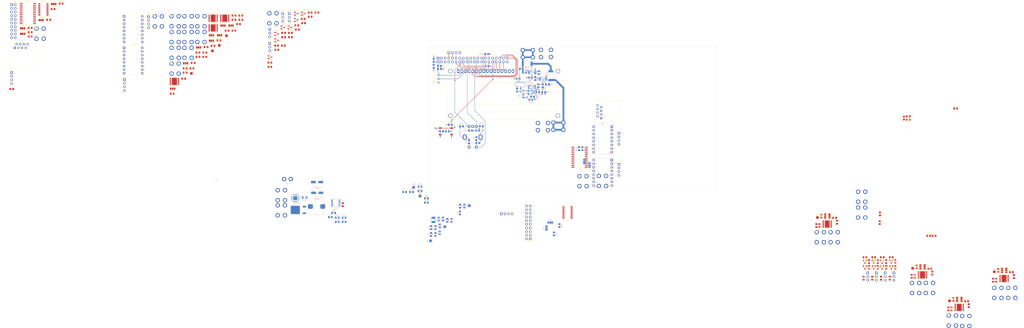
<source format=kicad_pcb>
(kicad_pcb (version 20211014) (generator pcbnew)
  (layers (0 "F.Cu" signal) (1 "In1.Cu" power) (2 "In2.Cu" power) (31 "B.Cu" signal) (34 "B.Paste" user) (35 "F.Paste" user) (36 "B.SilkS" user "B.Silkscreen") (37 "F.SilkS" user "F.Silkscreen") (38 "B.Mask" user) (39 "F.Mask" user) (44 "Edge.Cuts" user))
  (net 0 "")
  (net 1 "GND")
  (net 3 "/I2C Expenders/Stepper Motor/A2_1")
  (net 4 "/I2C Expenders/Stepper Motor/A1_1")
  (net 5 "/I2C Expenders/Stepper Motor/B1_1")
  (net 6 "/I2C Expenders/Stepper Motor/B2_1")
  (net 7 "/I2C Expenders/Stepper Motor/VCCstp")
  (net 8 "/I2C Expenders/IO0_2")
  (net 9 "/I2C Expenders/IO0_3")
  (net 10 "/I2C Expenders/IO0_4")
  (net 11 "/I2C Expenders/IO0_0")
  (net 12 "/I2C Expenders/IO0_1")
  (net 14 "/I2C Expenders/Stepper Motor/A1_2")
  (net 15 "/I2C Expenders/Stepper Motor/B1_2")
  (net 16 "/I2C Expenders/Stepper Motor/B2_2")
  (net 17 "/I2C Expenders/IO1_2")
  (net 18 "/I2C Expenders/IO1_3")
  (net 19 "/I2C Expenders/IO1_4")
  (net 20 "/I2C Expenders/IO1_0")
  (net 21 "/I2C Expenders/IO1_1")
  (net 22 "GND2")
  (net 24 "/Rover Extension/Stepper Motor Ext./A2_1")
  (net 25 "/Rover Extension/Stepper Motor Ext./A1_1")
  (net 26 "/Rover Extension/Stepper Motor Ext./B1_1")
  (net 27 "/Rover Extension/Stepper Motor Ext./B2_1")
  (net 28 "/Rover Extension/Stepper Motor Ext./VCCstp")
  (net 29 "/Rover Extension/IO0_2")
  (net 30 "/Rover Extension/IO0_3")
  (net 31 "/Rover Extension/IO0_4")
  (net 32 "/Rover Extension/IO0_0")
  (net 33 "/Rover Extension/IO0_1")
  (net 35 "/Rover Extension/Stepper Motor Ext./A2_2")
  (net 36 "/Rover Extension/Stepper Motor Ext./A1_2")
  (net 37 "/Rover Extension/Stepper Motor Ext./B1_2")
  (net 38 "/Rover Extension/Stepper Motor Ext./B2_2")
  (net 39 "/Rover Extension/IO1_2")
  (net 40 "/Rover Extension/IO1_3")
  (net 41 "/Rover Extension/IO1_4")
  (net 42 "/Rover Extension/IO1_0")
  (net 43 "/Rover Extension/IO1_1")
  (net 44 "+3V3")
  (net 45 "+5V")
  (net 46 "VCC")
  (net 47 "Net-(C13-Pad1)")
  (net 48 "/Power Supply/SW1")
  (net 49 "Net-(C14-Pad1)")
  (net 50 "/Power Supply/SW2")
  (net 51 "/EC11_SW")
  (net 52 "/EC11_A")
  (net 53 "/EC11_B")
  (net 54 "Net-(C20-Pad1)")
  (net 55 "Net-(C27-Pad1)")
  (net 56 "Net-(C27-Pad2)")
  (net 57 "Net-(C28-Pad1)")
  (net 58 "Net-(C28-Pad2)")
  (net 59 "Net-(C30-Pad2)")
  (net 60 "/I2C Expenders/DC Motor/VCCdc")
  (net 61 "Net-(C35-Pad2)")
  (net 62 "Net-(C38-Pad2)")
  (net 63 "Net-(C41-Pad1)")
  (net 64 "Net-(C41-Pad2)")
  (net 65 "Net-(C42-Pad1)")
  (net 66 "Net-(C42-Pad2)")
  (net 67 "Net-(C43-Pad2)")
  (net 68 "Net-(C46-Pad2)")
  (net 69 "Net-(C49-Pad1)")
  (net 70 "Net-(C49-Pad2)")
  (net 71 "Net-(C50-Pad1)")
  (net 72 "Net-(C50-Pad2)")
  (net 73 "+3.3V")
  (net 74 "/Rover Extension/VCCsrv")
  (net 75 "/Rover Extension/DC Motor Ext./VCCdc")
  (net 76 "Net-(C59-Pad2)")
  (net 77 "Net-(C62-Pad2)")
  (net 78 "Net-(C65-Pad1)")
  (net 79 "Net-(C65-Pad2)")
  (net 80 "Net-(C66-Pad1)")
  (net 81 "Net-(C66-Pad2)")
  (net 82 "Net-(C67-Pad2)")
  (net 83 "Net-(C70-Pad2)")
  (net 84 "Net-(C73-Pad1)")
  (net 85 "Net-(C73-Pad2)")
  (net 86 "Net-(C74-Pad1)")
  (net 87 "Net-(C74-Pad2)")
  (net 88 "/Power Supply/VCCext")
  (net 89 "Net-(D1-Pad2)")
  (net 90 "Net-(D2-Pad2)")
  (net 91 "Net-(D3-Pad1)")
  (net 92 "/Power Supply/PGOOD_5V0")
  (net 93 "/Power Supply/PGOOD_3V3")
  (net 94 "/LCD0")
  (net 95 "/LCD1")
  (net 96 "/LCD2")
  (net 97 "/BTN")
  (net 98 "/SDA")
  (net 99 "/SCL")
  (net 100 "/LCD3")
  (net 101 "/LCD4")
  (net 102 "/LCD5")
  (net 103 "/LCD6")
  (net 104 "/LCD_RS")
  (net 105 "/LCD7")
  (net 106 "/LCD_RW")
  (net 107 "/LCD_E")
  (net 108 "/I2C Expenders/PWM12")
  (net 109 "/I2C Expenders/PWM13")
  (net 110 "/I2C Expenders/PWM14")
  (net 111 "/I2C Expenders/PWM15")
  (net 112 "/I2C Expenders/IO0_6")
  (net 113 "/I2C Expenders/IO0_7")
  (net 114 "/I2C Expenders/IO1_6")
  (net 115 "/I2C Expenders/IO1_7")
  (net 116 "/I2C Expenders/AIN6")
  (net 117 "/I2C Expenders/AIN7")
  (net 118 "/I2C Expenders/Peak Power Monitoring/PPM_Entry")
  (net 119 "Net-(J12-Pad1)")
  (net 120 "Net-(J13-Pad1)")
  (net 121 "Net-(J14-Pad1)")
  (net 122 "/I2C Expenders/DC Motor/MOT1+")
  (net 123 "/I2C Expenders/DC Motor/MOT2+")
  (net 124 "/I2C Expenders/DC Motor/MOT1-")
  (net 125 "/I2C Expenders/DC Motor/MOT2-")
  (net 126 "/I2C Expenders/DC Motor/MOT4+")
  (net 127 "/I2C Expenders/DC Motor/MOT3+")
  (net 128 "/I2C Expenders/DC Motor/MOT4-")
  (net 129 "/I2C Expenders/DC Motor/MOT3-")
  (net 130 "/Rover Extension/SCL")
  (net 131 "/Rover Extension/SDA")
  (net 132 "/Rover Extension/PWM12")
  (net 133 "/Rover Extension/PWM13")
  (net 134 "/Rover Extension/PWM14")
  (net 135 "/Rover Extension/PWM15")
  (net 136 "/Rover Extension/IO0_6")
  (net 137 "/Rover Extension/IO0_7")
  (net 138 "/Rover Extension/IO1_6")
  (net 139 "/Rover Extension/IO1_7")
  (net 140 "/Rover Extension/AIN6")
  (net 141 "/Rover Extension/AIN7")
  (net 142 "Net-(J35-Pad1)")
  (net 143 "Net-(J36-Pad1)")
  (net 144 "Net-(J37-Pad1)")
  (net 145 "/Rover Extension/DC Motor Ext./MOT1+")
  (net 146 "/Rover Extension/DC Motor Ext./MOT2+")
  (net 147 "/Rover Extension/DC Motor Ext./MOT1-")
  (net 148 "/Rover Extension/DC Motor Ext./MOT2-")
  (net 149 "/Rover Extension/DC Motor Ext./MOT4+")
  (net 150 "/Rover Extension/DC Motor Ext./MOT3+")
  (net 151 "/Rover Extension/DC Motor Ext./MOT4-")
  (net 152 "/Rover Extension/DC Motor Ext./MOT3-")
  (net 153 "Net-(JP1-Pad2)")
  (net 154 "Net-(JP2-Pad2)")
  (net 155 "Net-(JP3-Pad2)")
  (net 156 "Net-(JP4-Pad2)")
  (net 157 "Net-(JP5-Pad2)")
  (net 158 "Net-(JP6-Pad2)")
  (net 159 "Net-(JP7-Pad2)")
  (net 160 "Net-(JP8-Pad2)")
  (net 161 "Net-(JP9-Pad2)")
  (net 162 "Net-(JP10-Pad2)")
  (net 163 "Net-(JP11-Pad2)")
  (net 164 "Net-(JP12-Pad2)")
  (net 165 "Net-(JP13-Pad2)")
  (net 166 "Net-(JP14-Pad2)")
  (net 167 "Net-(JP15-Pad2)")
  (net 168 "Net-(JP16-Pad2)")
  (net 169 "Net-(JP17-Pad2)")
  (net 170 "Net-(JP18-Pad2)")
  (net 171 "Net-(JP19-Pad2)")
  (net 172 "Net-(JP20-Pad2)")
  (net 173 "Net-(JP21-Pad2)")
  (net 174 "Net-(JP22-Pad2)")
  (net 175 "Net-(JP23-Pad2)")
  (net 176 "Net-(JP24-Pad2)")
  (net 177 "Net-(Q2-Pad1)")
  (net 178 "Net-(Q2-Pad2)")
  (net 179 "Net-(Q2-Pad3)")
  (net 180 "Net-(Q2-Pad6)")
  (net 181 "/I2C Expenders/IO0_5")
  (net 182 "/I2C Expenders/PWM8")
  (net 183 "Net-(Q4-Pad3)")
  (net 184 "/I2C Expenders/PWM9")
  (net 185 "Net-(Q6-Pad3)")
  (net 186 "/I2C Expenders/PWM10")
  (net 187 "Net-(Q8-Pad3)")
  (net 188 "/I2C Expenders/PWM11")
  (net 189 "Net-(Q10-Pad3)")
  (net 190 "/Rover Extension/PWM8")
  (net 191 "Net-(Q12-Pad3)")
  (net 192 "/Rover Extension/PWM9")
  (net 193 "Net-(Q14-Pad3)")
  (net 194 "/Rover Extension/PWM10")
  (net 195 "Net-(Q16-Pad3)")
  (net 196 "/Rover Extension/PWM11")
  (net 197 "Net-(Q18-Pad3)")
  (net 198 "Net-(R2-Pad1)")
  (net 199 "Net-(R4-Pad1)")
  (net 200 "Net-(R12-Pad2)")
  (net 201 "Net-(R17-Pad1)")
  (net 202 "/I2C Expenders/AIN0")
  (net 203 "Net-(R21-Pad1)")
  (net 204 "Net-(R22-Pad1)")
  (net 205 "/I2C Expenders/AIN1")
  (net 206 "Net-(R25-Pad2)")
  (net 207 "Net-(R29-Pad1)")
  (net 208 "/I2C Expenders/AIN3")
  (net 209 "Net-(R46-Pad2)")
  (net 210 "Net-(R47-Pad2)")
  (net 211 "Net-(R48-Pad2)")
  (net 212 "Net-(R49-Pad2)")
  (net 213 "/I2C Expenders/AIN4")
  (net 214 "/I2C Expenders/AIN5")
  (net 215 "Net-(R56-Pad1)")
  (net 216 "Net-(R69-Pad2)")
  (net 217 "Net-(R70-Pad2)")
  (net 218 "Net-(R71-Pad2)")
  (net 219 "Net-(R72-Pad2)")
  (net 220 "Net-(RV1-Pad2)")
  (net 221 "/Power Supply/VBIAS")
  (net 229 "/I2C Expenders/AIN2")
  (net 232 "/I2C Expenders/PWM0")
  (net 233 "/I2C Expenders/PWM1")
  (net 234 "/I2C Expenders/PWM2")
  (net 235 "/I2C Expenders/PWM3")
  (net 236 "/I2C Expenders/PWM4")
  (net 237 "/I2C Expenders/PWM5")
  (net 238 "/I2C Expenders/PWM6")
  (net 239 "/I2C Expenders/PWM7")
  (net 241 "/Rover Extension/IO0_5")
  (net 243 "/Rover Extension/PWM0")
  (net 244 "/Rover Extension/PWM1")
  (net 245 "/Rover Extension/PWM2")
  (net 246 "/Rover Extension/PWM3")
  (net 247 "/Rover Extension/PWM4")
  (net 248 "/Rover Extension/PWM5")
  (net 249 "/Rover Extension/PWM6")
  (net 250 "/Rover Extension/PWM7")
  (net 251 "Net-(Q1-Pad1)")
  (net 255 "/UART_RXD")
  (net 256 "/UART_TXD")
  (net 264 "Net-(J15-Pad1)")
  (net 265 "Net-(J38-Pad1)")
  (net 266 "/I2C Expenders/Stepper Motor/A2_2")
  (footprint "TestPoint:TestPoint_Pad_D2.0mm" (layer "F.Cu") (at 397.764 227.3)
    (fp_text reference "TP7")
    (fp_text value "TestPoint")
  )
  (footprint "Capacitor_SMD:C_0805_2012Metric_Pad1.18x1.45mm_HandSolder" (layer "F.Cu") (at -121.485 54.135)
    (fp_text reference "C71")
    (fp_text value "100n")
  )
  (footprint "Jumper:SolderJumper-3_P1.3mm_Bridged12_Pad1.0x1.5mm" (layer "F.Cu") (at -116.875 42.055)
    (fp_text reference "JP22")
    (fp_text value "Jumper_3_Bridged12")
  )
  (footprint "Capacitor_SMD:C_0805_2012Metric_Pad1.18x1.45mm_HandSolder" (layer "F.Cu") (at -135.295 68.155)
    (fp_text reference "C68")
    (fp_text value "100n")
  )
  (footprint "Package_TO_SOT_SMD:SOT-23" (layer "F.Cu") (at -67.08 36.69)
    (fp_text reference "Q14")
    (fp_text value "T2N7002")
  )
  (footprint "Resistor_SMD:R_0805_2012Metric_Pad1.20x1.40mm_HandSolder" (layer "F.Cu") (at 359.918 203.962 -90)
    (fp_text reference "R42")
    (fp_text value "10k")
  )
  (footprint "Resistor_SMD:R_0805_2012Metric_Pad1.20x1.40mm_HandSolder" (layer "F.Cu") (at -48.07 26.24)
    (fp_text reference "R57")
    (fp_text value "100k")
  )
  (footprint "Resistor_SMD:R_0805_2012Metric_Pad1.20x1.40mm_HandSolder" (layer "F.Cu") (at -61.8 43.4)
    (fp_text reference "R68")
    (fp_text value "10k")
  )
  (footprint "Capacitor_SMD:C_0805_2012Metric_Pad1.18x1.45mm_HandSolder" (layer "F.Cu") (at -243.305 39.97)
    (fp_text reference "C51")
    (fp_text value "10u")
  )
  (footprint "Capacitor_SMD:C_0805_2012Metric_Pad1.18x1.45mm_HandSolder" (layer "F.Cu") (at -101.195 28.285)
    (fp_text reference "C60")
    (fp_text value "100n")
  )
  (footprint "TestPoint:TestPoint_Pad_D2.0mm" (layer "F.Cu") (at 429.006 207.01)
    (fp_text reference "TP8")
    (fp_text value "TestPoint")
  )
  (footprint "Resistor_SMD:R_0805_2012Metric_Pad1.20x1.40mm_HandSolder" (layer "F.Cu") (at 357.124 196.85 180)
    (fp_text reference "R45")
    (fp_text value "10k")
  )
  (footprint "Connector_PinHeader_2.54mm:PinHeader_1x04_P2.54mm_Vertical" (layer "F.Cu") (at -160.74 29.21)
    (fp_text reference "J48")
    (fp_text value "Conn_01x04_Male")
  )
  (footprint "Package_TO_SOT_SMD:SOT-23" (layer "F.Cu") (at 357.124 199.898 -90)
    (fp_text reference "Q10")
    (fp_text value "T2N7002")
  )
  (footprint "Connector_PinHeader_2.54mm:PinHeader_1x03_P2.54mm_Vertical" (layer "F.Cu") (at 346.837 207.787)
    (fp_text reference "J13")
    (fp_text value "Conn_01x03_Male")
  )
  (footprint "Resistor_SMD:R_0805_2012Metric_Pad1.20x1.40mm_HandSolder" (layer "F.Cu") (at 400.558 226.284 -90)
    (fp_text reference "R47")
    (fp_text value "100k")
  )
  (footprint "Package_SO:SOIC-24W_7.5x15.4mm_P1.27mm" (layer "F.Cu") (at -244.905 26.98)
    (fp_text reference "U14")
    (fp_text value "PCA9535D")
  )
  (footprint "MASA_footprint:EC11E" (layer "F.Cu") (at 65.278 113.1316 180)
    (fp_text reference "S2")
    (fp_text value "EC11")
  )
  (footprint "MASA_footprint:ScrewTerminal_1x01_5x7mm" (layer "F.Cu") (at -142.2 54.305)
    (fp_text reference "J44")
    (fp_text value "Screw_Terminal_01x01")
  )
  (footprint "MASA_footprint:ScrewTerminal_1x01_5x7mm" (layer "F.Cu") (at 125.0696 105.4608 90)
    (fp_text reference "J9")
    (fp_text value "Screw_Terminal_01x01")
  )
  (footprint "Resistor_SMD:R_0805_2012Metric_Pad1.20x1.40mm_HandSolder" (layer "F.Cu") (at 308.483 168.148 -90)
    (fp_text reference "R46")
    (fp_text value "100k")
  )
  (footprint "Resistor_SMD:R_0805_2012Metric_Pad1.20x1.40mm_HandSolder" (layer "F.Cu") (at 353.568 203.962 -90)
    (fp_text reference "R39")
    (fp_text value "10k")
  )
  (footprint "MASA_footprint:ScrewTerminal_1x01_5x7mm" (layer "F.Cu") (at -124.2 43.295)
    (fp_text reference "J47")
    (fp_text value "Screw_Terminal_01x01")
  )
  (footprint "Capacitor_SMD:C_0805_2012Metric_Pad1.18x1.45mm_HandSolder" (layer "F.Cu") (at 402.096 93.126)
    (fp_text reference "C21")
    (fp_text value "10u")
  )
  (footprint "Resistor_SMD:R_0805_2012Metric_Pad1.20x1.40mm_HandSolder" (layer "F.Cu") (at 349.25 166.64 -90)
    (fp_text reference "R43")
    (fp_text value "R")
  )
  (footprint "Package_SO:TSSOP-28_4.4x9.7mm_P0.65mm" (layer "F.Cu") (at -234.075 24.13)
    (fp_text reference "U15")
    (fp_text value "PCA9685PW_112")
  )
  (footprint "Jumper:SolderJumper-3_P1.3mm_Bridged12_Pad1.0x1.5mm" (layer "F.Cu") (at 406.146 226.284 -90)
    (fp_text reference "JP6")
    (fp_text value "Jumper_3_Bridged12")
  )
  (footprint "Package_TO_SOT_SMD:SOT-23" (layer "F.Cu") (at -76.08 57.4)
    (fp_text reference "Q19")
    (fp_text value "T2N7002")
  )
  (footprint "Package_SO:HTSSOP-16-1EP_4.4x5mm_P0.65mm_EP3.4x5mm" (layer "F.Cu") (at -142.675 74.245)
    (fp_text reference "U19")
    (fp_text value "DRV8876,16-HTSSOP")
  )
  (footprint "Resistor_SMD:R_0805_2012Metric_Pad1.20x1.40mm_HandSolder" (layer "F.Cu") (at -52.96 30.69)
    (fp_text reference "R62")
    (fp_text value "10k")
  )
  (footprint "Connector_PinHeader_2.54mm:PinHeader_1x03_P2.54mm_Vertical" (layer "F.Cu") (at 359.029 207.772)
    (fp_text reference "J15")
    (fp_text value "Conn_01x03_Male")
  )
  (footprint "Package_SO:HTSSOP-16-1EP_4.4x5mm_P0.65mm_EP3.4x5mm" (layer "F.Cu") (at 378.968 209.169)
    (fp_text reference "U13")
    (fp_text value "DRV8876,16-HTSSOP")
  )
  (footprint "Capacitor_SMD:C_0805_2012Metric_Pad1.18x1.45mm_HandSolder" (layer "F.Cu") (at -25.335928 160.1763 90)
    (fp_text reference "C22")
    (fp_text value "100n")
  )
  (footprint "Resistor_SMD:R_0805_2012Metric_Pad1.20x1.40mm_HandSolder" (layer "F.Cu") (at 349.123 172.72 -90)
    (fp_text reference "R44")
    (fp_text value "R")
  )
  (footprint "Resistor_SMD:R_0805_2012Metric_Pad1.20x1.40mm_HandSolder" (layer "F.Cu") (at -52.62 33.64)
    (fp_text reference "R65")
    (fp_text value "10k")
  )
  (footprint "Resistor_SMD:R_0805_2012Metric_Pad1.20x1.40mm_HandSolder" (layer "F.Cu") (at 383.286 181.864)
    (fp_text reference "R50")
    (fp_text value "R")
  )
  (footprint "MASA_footprint:ScrewTerminal_1x01_5x7mm" (layer "F.Cu") (at 103.7336 54.9148 90)
    (fp_text reference "J8")
    (fp_text value "Screw_Terminal_01x01")
  )
  (footprint "MASA_footprint:ScrewTerminal_1x01_5x7mm" (layer "F.Cu") (at 307.721 182.88)
    (fp_text reference "J16")
    (fp_text value "Screw_Terminal_01x01")
  )
  (footprint "Resistor_SMD:R_0805_2012Metric_Pad1.20x1.40mm_HandSolder" (layer "F.Cu") (at 374.904 203.581 -90)
    (fp_text reference "R49")
    (fp_text value "100k")
  )
  (footprint "Capacitor_SMD:C_0805_2012Metric_Pad1.18x1.45mm_HandSolder" (layer "F.Cu") (at -66.58 40.42)
    (fp_text reference "C56")
    (fp_text value "1u")
  )
  (footprint "Connector_PinHeader_2.54mm:PinHeader_1x03_P2.54mm_Vertical" (layer "F.Cu") (at 340.741 207.787)
    (fp_text reference "J12")
    (fp_text value "Conn_01x03_Male")
  )
  (footprint "Resistor_SMD:R_0805_2012Metric_Pad1.20x1.40mm_HandSolder" (layer "F.Cu") (at -144.325 82.875)
    (fp_text reference "R70")
    (fp_text value "100k")
  )
  (footprint "Jumper:SolderJumper-3_P1.3mm_Open_Pad1.0x1.5mm" (layer "F.Cu") (at -143.875 79.345)
    (fp_text reference "JP19")
    (fp_text value "Jumper_3_Open")
  )
  (footprint "Capacitor_SMD:C_0805_2012Metric_Pad1.18x1.45mm_HandSolder" (layer "F.Cu") (at 385.826 207.899 90)
    (fp_text reference "C46")
    (fp_text value "100n")
  )
  (footprint "Capacitor_SMD:C_0805_2012Metric_Pad1.18x1.45mm_HandSolder" (layer "F.Cu") (at 317.627 169.418)
    (fp_text reference "C41")
    (fp_text value "22n")
  )
  (footprint "Capacitor_SMD:C_0805_2012Metric_Pad1.18x1.45mm_HandSolder" (layer "F.Cu") (at -96.385 28.285)
    (fp_text reference "C63")
    (fp_text value "100n")
  )
  (footprint "TestPoint:TestPoint_Pad_D2.0mm" (layer "F.Cu") (at -130.865 68.675)
    (fp_text reference "TP11")
    (fp_text value "TestPoint")
  )
  (footprint "Capacitor_SMD:C_0805_2012Metric_Pad1.18x1.45mm_HandSolder" (layer "F.Cu") (at -126.295 54.135)
    (fp_text reference "C74")
    (fp_text value "22n")
  )
  (footprint "Connector_PinHeader_2.54mm:PinHeader_2x10_P2.54mm_Vertical" (layer "F.Cu") (at -256.235 20.83)
    (fp_text reference "J33")
    (fp_text value "Conn_02x10_Top_Bottom")
  )
  (footprint "Capacitor_SMD:C_0805_2012Metric_Pad1.18x1.45mm_HandSolder" (layer "F.Cu") (at -105.995 38.865)
    (fp_text reference "C62")
    (fp_text value "100n")
  )
  (footprint "Capacitor_SMD:C_0805_2012Metric_Pad1.18x1.45mm_HandSolder" (layer "F.Cu") (at 337.82 211.455 -90)
    (fp_text reference "C31")
    (fp_text value "1u")
  )
  (footprint "Resistor_SMD:R_0805_2012Metric_Pad1.20x1.40mm_HandSolder" (layer "F.Cu") (at 353.568 199.898 90)
    (fp_text reference "R38")
    (fp_text value "100k")
  )
  (footprint "Package_SO:HTSSOP-16-1EP_4.4x5mm_P0.65mm_EP3.4x5mm" (layer "F.Cu") (at -107.625 30.205)
    (fp_text reference "U17")
    (fp_text value "DRV8876,16-HTSSOP")
  )
  (footprint "Capacitor_SMD:C_0805_2012Metric_Pad1.18x1.45mm_HandSolder" (layer "F.Cu") (at -135.295 65.145)
    (fp_text reference "C73")
    (fp_text value "22n")
  )
  (footprint "Resistor_SMD:R_0805_2012Metric_Pad1.20x1.40mm_HandSolder" (layer "F.Cu") (at -57.37 35.14)
    (fp_text reference "R58")
    (fp_text value "10k")
  )
  (footprint "MASA_footprint:ScrewTerminal_1x01_5x7mm" (layer "F.Cu") (at 431.546 221.742)
    (fp_text reference "J22")
    (fp_text value "Screw_Terminal_01x01")
  )
  (footprint "MASA_footprint:ScrewTerminal_1x01_5x7mm" (layer "F.Cu") (at 155.829 143.6663)
    (fp_text reference "J29")
    (fp_text value "Screw_Terminal_01x01")
  )
  (footprint "Resistor_SMD:R_0805_2012Metric_Pad1.20x1.40mm_HandSolder" (layer "F.Cu") (at -97.975 34.275)
    (fp_text reference "R71")
    (fp_text value "100k")
  )
  (footprint "Capacitor_SMD:C_0805_2012Metric_Pad1.18x1.45mm_HandSolder" (layer "F.Cu") (at 399.034 232.9095 -90)
    (fp_text reference "C39")
    (fp_text value "100n")
  )
  (footprint "Resistor_SMD:R_0805_2012Metric_Pad1.20x1.40mm_HandSolder" (layer "F.Cu") (at 359.918 199.771 90)
    (fp_text reference "R41")
    (fp_text value "100k")
  )
  (footprint "Jumper:SolderJumper-3_P1.3mm_Bridged12_Pad1.0x1.5mm" (layer "F.Cu") (at 380.492 203.581 -90)
    (fp_text reference "JP10")
    (fp_text value "Jumper_3_Bridged12")
  )
  (footprint "Capacitor_SMD:C_0805_2012Metric_Pad1.18x1.45mm_HandSolder" (layer "F.Cu") (at -130.485 65.145)
    (fp_text reference "C59")
    (fp_text value "100n")
  )
  (footprint "Package_SO:HTSSOP-16-1EP_4.4x5mm_P0.65mm_EP3.4x5mm" (layer "F.Cu") (at 312.547 173.736)
    (fp_text reference "U10")
    (fp_text value "DRV8876,16-HTSSOP")
  )
  (footprint "Resistor_SMD:R_0805_2012Metric_Pad1.20x1.40mm_HandSolder" (layer "F.Cu") (at 350.901 196.85 180)
    (fp_text reference "R40")
    (fp_text value "10k")
  )
  (footprint "Resistor_SMD:R_0805_2012Metric_Pad1.20x1.40mm_HandSolder" (layer "F.Cu") (at 338.836 196.85 180)
    (fp_text reference "R34")
    (fp_text value "10k")
  )
  (footprint "Connector_PinHeader_2.54mm:PinHeader_1x04_P2.54mm_Vertical" (layer "F.Cu") (at 48.651 54.229 90)
    (fp_text reference "J1")
    (fp_text value "Conn_01x04_Female")
  )
  (footprint "Connector_RJ:RJ45_Amphenol_54602-x08_Horizontal" (layer "F.Cu") (at 154.92 99.8373 90)
    (fp_text reference "J3")
    (fp_text value "RJ45")
  )
  (footprint "Jumper:SolderJumper-3_P1.3mm_Bridged12_Pad1.0x1.5mm" (layer "F.Cu") (at -235.625 31.53)
    (fp_text reference "JP13")
    (fp_text value "Jumper_3_Bridged12")
  )
  (footprint "Capacitor_SMD:C_0805_2012Metric_Pad1.18x1.45mm_HandSolder" (layer "F.Cu") (at -129.645 61.315)
    (fp_text reference "C67")
    (fp_text value "100n")
  )
  (footprint "Capacitor_SMD:C_0805_2012Metric_Pad1.18x1.45mm_HandSolder" (layer "F.Cu") (at 373.38 210.185 -90)
    (fp_text reference "C47")
    (fp_text value "100n")
  )
  (footprint "Resistor_SMD:R_0805_2012Metric_Pad1.20x1.40mm_HandSolder" (layer "F.Cu") (at -221.675 19.98)
    (fp_text reference "R55")
    (fp_text value "10k")
  )
  (footprint "Resistor_SMD:R_0805_2012Metric_Pad1.20x1.40mm_HandSolder" (layer "F.Cu") (at 344.932 196.85 180)
    (fp_text reference "R37")
    (fp_text value "10k")
  )
  (footprint "Package_SO:SOIC-24W_7.5x15.4mm_P1.27mm" (layer "F.Cu") (at 139.827 127.1563 180)
    (fp_text reference "U5")
    (fp_text value "PCA9535D")
  )
  (footprint "Capacitor_SMD:C_0805_2012Metric_Pad1.18x1.45mm_HandSolder" (layer "F.Cu") (at -120.645 50.305)
    (fp_text reference "C69")
    (fp_text value "10u")
  )
  (footprint "MASA_footprint:ScrewTerminal_1x01_5x7mm" (layer "F.Cu") (at -124.2 32.285)
    (fp_text reference "J43")
    (fp_text value "Screw_Terminal_01x01")
  )
  (footprint "Connector_PinHeader_2.54mm:PinHeader_1x03_P2.54mm_Vertical" (layer "F.Cu") (at -76.2 38.1)
    (fp_text reference "J37")
    (fp_text value "Conn_01x03_Male")
  )
  (footprint "Jumper:SolderJumper-3_P1.3mm_Bridged12_Pad1.0x1.5mm" (layer "F.Cu") (at -248.535 41.06)
    (fp_text reference "JP15")
    (fp_text value "Jumper_3_Bridged12")
  )
  (footprint "Capacitor_SMD:C_0805_2012Metric_Pad1.18x1.45mm_HandSolder" (layer "F.Cu") (at 369.062 98.552 180)
    (fp_text reference "C23")
    (fp_text value "10u")
  )
  (footprint "Package_TO_SOT_SMD:SOT-23" (layer "F.Cu") (at 344.932 203.962 -90)
    (fp_text reference "Q7")
    (fp_text value "T2N7002")
  )
  (footprint "Connector_PinHeader_2.54mm:PinHeader_1x03_P2.54mm_Vertical" (layer "F.Cu") (at -76.2 47.8)
    (fp_text reference "J38")
    (fp_text value "Conn_01x03_Male")
  )
  (footprint "Capacitor_SMD:C_0805_2012Metric_Pad1.18x1.45mm_HandSolder" (layer "F.Cu") (at -126.295 57.145)
    (fp_text reference "C64")
    (fp_text value "10u")
  )
  (footprint "Capacitor_SMD:C_0805_2012Metric_Pad1.18x1.45mm_HandSolder" (layer "F.Cu") (at -111.645 45.615)
    (fp_text reference "C61")
    (fp_text value "10u")
  )
  (footprint "Capacitor_SMD:C_0805_2012Metric_Pad1.18x1.45mm_HandSolder" (layer "F.Cu") (at 350.012 211.455 -90)
    (fp_text reference "C33")
    (fp_text value "1u")
  )
  (footprint "Jumper:SolderJumper-3_P1.3mm_Bridged12_Pad1.0x1.5mm" (layer "F.Cu") (at 314.071 168.148 -90)
    (fp_text reference "JP5")
    (fp_text value "Jumper_3_Bridged12")
  )
  (footprint "Resistor_SMD:R_0805_2012Metric_Pad1.20x1.40mm_HandSolder" (layer "F.Cu") (at -71.5 49.29)
    (fp_text reference "R67")
    (fp_text value "10k")
  )
  (footprint "Jumper:SolderJumper-3_P1.3mm_Bridged12_Pad1.0x1.5mm" (layer "F.Cu") (at -111.225 42.055)
    (fp_text reference "JP17")
    (fp_text value "Jumper_3_Bridged12")
  )
  (footprint "TestPoint:TestPoint_Pad_D2.0mm" (layer "F.Cu") (at 372.11 204.597)
    (fp_text reference "TP9")
    (fp_text value "TestPoint")
  )
  (footprint "Connector_PinHeader_2.54mm:PinHeader_1x03_P2.54mm_Vertical" (layer "F.Cu") (at -67.2 27.09)
    (fp_text reference "J35")
    (fp_text value "Conn_01x03_Male")
  )
  (footprint "Jumper:SolderJumper-3_P1.3mm_Open_Pad1.0x1.5mm" (layer "F.Cu") (at 311.023 168.148 90)
    (fp_text reference "JP7")
    (fp_text value "Jumper_3_Open")
  )
  (footprint "Resistor_SMD:R_0805_2012Metric_Pad1.20x1.40mm_HandSolder" (layer "F.Cu") (at -43.32 26.24)
    (fp_text reference "R59")
    (fp_text value "10k")
  )
  (footprint "MASA_footprint:ScrewTerminal_1x01_5x7mm" (layer "F.Cu") (at 116.3828 54.7624 90)
    (fp_text reference "J10")
    (fp_text value "Screw_Terminal_01x01")
  )
  (footprint "Connector_PinHeader_2.54mm:PinHeader_1x04_P2.54mm_Vertical" (layer "F.Cu") (at 167.259 132.0138)
    (fp_text reference "J26")
    (fp_text value "Conn_01x04_Male")
  )
  (footprint "Package_TO_SOT_SMD:SOT-23" (layer "F.Cu") (at 338.836 199.898 -90)
    (fp_text reference "Q4")
    (fp_text value "T2N7002")
  )
  (footprint "Connector_PinHeader_2.54mm:PinHeader_1x04_P2.54mm_Vertical" (layer "F.Cu") (at 167.259 110.4238)
    (fp_text reference "J27")
    (fp_text value "Conn_01x04_Male")
  )
  (footprint "Resistor_SMD:R_0805_2012Metric_Pad1.20x1.40mm_HandSolder" (layer "F.Cu") (at -76.15 64.11)
    (fp_text reference "R63")
    (fp_text value "100k")
  )
  (footprint "MASA_footprint:ScrewTerminal_1x01_5x7mm" (layer "F.Cu") (at 383.834 218.262)
    (fp_text reference "J23")
    (fp_text value "Screw_Terminal_01x01")
  )
  (footprint "Resistor_SMD:R_0805_2012Metric_Pad1.20x1.40mm_HandSolder" (layer "F.Cu") (at 387.078 181.94)
    (fp_text reference "R51")
    (fp_text value "R")
  )
  (footprint "Capacitor_SMD:C_0805_2012Metric_Pad1.18x1.45mm_HandSolder" (layer "F.Cu") (at 304.927 174.752 -90)
    (fp_text reference "C37")
    (fp_text value "10u")
  )
  (footprint "Resistor_SMD:R_0805_2012Metric_Pad1.20x1.40mm_HandSolder" (layer "F.Cu") (at -227.325 23.81)
    (fp_text reference "R56")
    (fp_text value "10k")
  )
  (footprint "MASA_footprint:ScrewTerminal_1x01_5x7mm" (layer "F.Cu") (at 409.154 241.321)
    (fp_text reference "J17")
    (fp_text value "Screw_Terminal_01x01")
  )
  (footprint "Jumper:SolderJumper-3_P1.3mm_Bridged12_Pad1.0x1.5mm" (layer "F.Cu") (at -116.875 45.885)
    (fp_text reference "JP18")
    (fp_text value "Jumper_3_Bridged12")
  )
  (footprint "MASA_footprint:ScrewTerminal_1x01_5x7mm" (layer "F.Cu") (at -133.2 32.285)
    (fp_text reference "J39")
    (fp_text value "Screw_Terminal_01x01")
  )
  (footprint "Package_SO:HTSSOP-16-1EP_4.4x5mm_P0.65mm_EP3.4x5mm" (layer "F.Cu") (at 435.864 211.719)
    (fp_text reference "U12")
    (fp_text value "DRV8876,16-HTSSOP")
  )
  (footprint "Package_TO_SOT_SMD:SOT-23" (layer "F.Cu") (at 357.124 203.962 -90)
    (fp_text reference "Q11")
    (fp_text value "T2N7002")
  )
  (footprint "Package_SO:HTSSOP-16-1EP_4.4x5mm_P0.65mm_EP3.4x5mm" (layer "F.Cu") (at 404.622 231.872)
    (fp_text reference "U11")
    (fp_text value "DRV8876,16-HTSSOP")
  )
  (footprint "Jumper:SolderJumper-3_P1.3mm_Open_Pad1.0x1.5mm" (layer "F.Cu") (at -108.825 35.305)
    (fp_text reference "JP24")
    (fp_text value "Jumper_3_Open")
  )
  (footprint "MASA_footprint:ScrewTerminal_1x01_5x7mm" (layer "F.Cu") (at 399.796 241.016)
    (fp_text reference "J19")
    (fp_text value "Screw_Terminal_01x01")
  )
  (footprint "Resistor_SMD:R_0805_2012Metric_Pad1.20x1.40mm_HandSolder" (layer "F.Cu") (at 341.63 203.962 -90)
    (fp_text reference "R33")
    (fp_text value "10k")
  )
  (footprint "MASA_footprint:ScrewTerminal_1x01_5x7mm" (layer "F.Cu") (at 441.198 221.742)
    (fp_text reference "J20")
    (fp_text value "Screw_Terminal_01x01")
  )
  (footprint "Capacitor_SMD:C_0805_2012Metric_Pad1.18x1.45mm_HandSolder" (layer "F.Cu") (at -243.305 36.96)
    (fp_text reference "C53")
    (fp_text value "10u")
  )
  (footprint "Module:Pololu_Breakout-16_15.2x20.3mm" (layer "F.Cu") (at -177.8 28.93)
    (fp_text reference "A3")
    (fp_text value "Pololu_Breakout_DRV8825")
  )
  (footprint "Potentiometer_THT:Potentiometer_Bourns_3296X_Horizontal" (layer "F.Cu") (at 41.529 69.979 90)
    (fp_text reference "RV1")
    (fp_text value "10k")
  )
  (footprint "Resistor_SMD:R_0805_2012Metric_Pad1.20x1.40mm_HandSolder" (layer "F.Cu") (at -48.07 29.19)
    (fp_text reference "R61")
    (fp_text value "10k")
  )
  (footprint "Jumper:SolderJumper-3_P1.3mm_Bridged12_Pad1.0x1.5mm" (layer "F.Cu") (at -125.875 50.575)
    (fp_text reference "JP21")
    (fp_text value "Jumper_3_Bridged12")
  )
  (footprint "Capacitor_SMD:C_0805_2012Metric_Pad1.18x1.45mm_HandSolder" (layer "F.Cu") (at -96.385 31.295)
    (fp_text reference "C72")
    (fp_text value "10u")
  )
  (footprint "MASA_footprint:ScrewTerminal_1x01_5x7mm" (layer "F.Cu") (at -133.2 54.305)
    (fp_text reference "J41")
    (fp_text value "Screw_Terminal_01x01")
  )
  (footprint "MASA_footprint:ScrewTerminal_1x01_5x7mm" (layer "F.Cu") (at 317.373 182.88)
    (fp_text reference "J18")
    (fp_text value "Screw_Terminal_01x01")
  )
  (footprint "Connector_PinHeader_2.54mm:PinHeader_1x03_P2.54mm_Vertical" (layer "F.Cu") (at -62.55 27.09)
    (fp_text reference "J36")
    (fp_text value "Conn_01x03_Male")
  )
  (footprint "Display:WC1602A" (layer "F.Cu") (at 55.249 67.0655)
    (fp_text reference "U3")
    (fp_text value "LCD-16X2")
  )
  (footprint "Connector_PinHeader_2.54mm:PinHeader_2x10_P2.54mm_Vertical" (layer "F.Cu") (at 105.415 184.018 180)
    (fp_text reference "J7")
    (fp_text value "Conn_02x10_Top_Bottom")
  )
  (footprint "Resistor_SMD:R_0805_2012Metric_Pad1.20x1.40mm_HandSolder" (layer "F.Cu") (at 431.8 205.994 -90)
    (fp_text reference "R48")
    (fp_text value "100k")
  )
  (footprint "Package_TO_SOT_SMD:SOT-23" (layer "F.Cu") (at -52.89 26.99)
    (fp_text reference "Q18")
    (fp_text value "T2N7002")
  )
  (footprint "Capacitor_SMD:C_0805_2012Metric_Pad1.18x1.45mm_HandSolder" (layer "F.Cu") (at 397.002 232.888 -90)
    (fp_text reference "C40")
    (fp_text value "10u")
  )
  (footprint "Resistor_SMD:R_0805_2012Metric_Pad1.20x1.40mm_HandSolder" (layer "F.Cu") (at -56.99 38.09)
    (fp_text reference "R64")
    (fp_text value "10k")
  )
  (footprint "Package_SO:HTSSOP-16-1EP_4.4x5mm_P0.65mm_EP3.4x5mm" (layer "F.Cu") (at -115.675 30.205)
    (fp_text reference "U16")
    (fp_text value "DRV8876,16-HTSSOP")
  )
  (footprint "Capacitor_SMD:C_0805_2012Metric_Pad1.18x1.45mm_HandSolder" (layer "F.Cu") (at -76.12 61.13)
    (fp_text reference "C57")
    (fp_text value "1u")
  )
  (footprint "Capacitor_SMD:C_0805_2012Metric_Pad1.18x1.45mm_HandSolder" (layer "F.Cu") (at -66.58 43.43)
    (fp_text reference "C58")
    (fp_text value "1u")
  )
  (footprint "Jumper:SolderJumper-3_P1.3mm_Open_Pad1.0x1.5mm" (layer "F.Cu") (at -103.175 35.305)
    (fp_text reference "JP23")
    (fp_text value "Jumper_3_Open")
  )
  (footprint "Capacitor_SMD:C_0805_2012Metric_Pad1.18x1.45mm_HandSolder" (layer "F.Cu") (at 440.944 207.264)
    (fp_text reference "C49")
    (fp_text value "22n")
  )
  (footprint "Jumper:SolderJumper-3_P1.3mm_Bridged12_Pad1.0x1.5mm" (layer "F.Cu") (at -248.535 37.23)
    (fp_text reference "JP16")
    (fp_text value "Jumper_3_Bridged12")
  )
  (footprint "Connector_PinHeader_2.54mm:PinHeader_1x03_P2.54mm_Vertical" (layer "F.Cu") (at 352.933 207.787)
    (fp_text reference "J14")
    (fp_text value "Conn_01x03_Male")
  )
  (footprint "Capacitor_SMD:C_0805_2012Metric_Pad1.18x1.45mm_HandSolder" (layer "F.Cu") (at 371.348 210.185 -90)
    (fp_text reference "C48")
    (fp_text value "10u")
  )
  (footprint "Connector_PinHeader_2.54mm:PinHeader_1x04_P2.54mm_Vertical" (layer "F.Cu") (at -177.53 72.95)
    (fp_text reference "J49")
    (fp_text value "Conn_01x04_Male")
  )
  (footprint "Resistor_SMD:R_0805_2012Metric_Pad1.20x1.40mm_HandSolder" (layer "F.Cu") (at -121.515 57.115)
    (fp_text reference "R72")
    (fp_text value "100k")
  )
  (footprint "MASA_footprint:ScrewTerminal_1x01_5x7mm" (layer "F.Cu") (at -142.2 43.295)
    (fp_text reference "J45")
    (fp_text value "Screw_Terminal_01x01")
  )
  (footprint "Capacitor_SMD:C_0805_2012Metric_Pad1.18x1.45mm_HandSolder" (layer "F.Cu") (at 411.226 230.602 90)
    (fp_text reference "C38")
    (fp_text value "100n")
  )
  (footprint "Package_SO:TSSOP-28_4.4x9.7mm_P0.65mm" (layer "F.Cu") (at 131.445 165.608 180)
    (fp_text reference "U6")
    (fp_text value "PCA9685PW_112")
  )
  (footprint "Resistor_SMD:R_0805_2012Metric_Pad1.20x1.40mm_HandSolder" (layer "F.Cu") (at -101.215 38.835)
    (fp_text reference "R69")
    (fp_text value "100k")
  )
  (footprint "Capacitor_SMD:C_0805_2012Metric_Pad1.18x1.45mm_HandSolder" (layer "F.Cu") (at -136.245 72.325)
    (fp_text reference "C70")
    (fp_text value "100n")
  )
  (footprint "MASA_footprint:ScrewTerminal_1x01_5x7mm" (layer "F.Cu") (at -74.025 30.27)
    (fp_text reference "J34")
    (fp_text value "Screw_Terminal_01x01")
  )
  (footprint "Jumper:SolderJumper-3_P1.3mm_Bridged12_Pad1.0x1.5mm" (layer "F.Cu") (at 437.388 205.994 -90)
    (fp_text reference "JP9")
    (fp_text value "Jumper_3_Bridged12")
  )
  (footprint "Capacitor_SMD:C_0805_2012Metric_Pad1.18x1.45mm_HandSolder" (layer "F.Cu") (at -115.835 49.445)
    (fp_text reference "C66")
    (fp_text value "22n")
  )
  (footprint "Package_TO_SOT_SMD:SOT-23" (layer "F.Cu") (at -57.78 31.44)
    (fp_text reference "Q17")
    (fp_text value "T2N7002")
  )
  (footprint "Jumper:SolderJumper-3_P1.3mm_Bridged12_Pad1.0x1.5mm" (layer "F.Cu") (at -226.875 20.28)
    (fp_text reference "JP14")
    (fp_text value "Jumper_3_Bridged12")
  )
  (footprint "Capacitor_SMD:C_0805_2012Metric_Pad1.18x1.45mm_HandSolder" (layer "F.Cu") (at 319.405 172.466 90)
    (fp_text reference "C35")
    (fp_text value "100n")
  )
  (footprint "Capacitor_SMD:C_0805_2012Metric_Pad1.18x1.45mm_HandSolder" (layer "F.Cu") (at 343.916 211.455 -90)
    (fp_text reference "C32")
    (fp_text value "1u")
  )
  (footprint "Capacitor_SMD:C_0805_2012Metric_Pad1.18x1.45mm_HandSolder" (layer "F.Cu") (at 430.276 212.852 -90)
    (fp_text reference "C44")
    (fp_text value "100n")
  )
  (footprint "MASA_footprint:ScrewTerminal_1x01_5x7mm" (layer "F.Cu") (at -236.38 40.96)
    (fp_text reference "J30")
    (fp_text value "Screw_Terminal_01x01")
  )
  (footprint "Jumper:SolderJumper-3_P1.3mm_Open_Pad1.0x1.5mm" (layer "F.Cu") (at 434.34 205.994 90)
    (fp_text reference "JP11")
    (fp_text value "Jumper_3_Open")
  )
  (footprint "Capacitor_SMD:C_0805_2012Metric_Pad1.18x1.45mm_HandSolder" (layer "F.Cu") (at 428.244 212.852 -90)
    (fp_text reference "C45")
    (fp_text value "10u")
  )
  (footprint "TestPoint:TestPoint_Pad_D2.0mm" (layer "F.Cu") (at -106.375 42.395)
    (fp_text reference "TP12")
    (fp_text value "TestPoint")
  )
  (footprint "Module:Pololu_Breakout-16_15.2x20.3mm" (layer "F.Cu") (at -177.8 50.8)
    (fp_text reference "A4")
    (fp_text value "Pololu_Breakout_DRV8825")
  )
  (footprint "Capacitor_SMD:C_0805_2012Metric_Pad1.18x1.45mm_HandSolder" (layer "F.Cu") (at -256.155 79.55)
    (fp_text reference "C52")
    (fp_text value "100n")
  )
  (footprint "Resistor_SMD:R_0805_2012Metric_Pad1.20x1.40mm_HandSolder" (layer "F.Cu") (at -66.75 49.29)
    (fp_text reference "R66")
    (fp_text value "100k")
  )
  (footprint "Capacitor_SMD:C_0805_2012Metric_Pad1.18x1.45mm_HandSolder" (layer "F.Cu") (at 306.959 174.752 -90)
    (fp_text reference "C36")
    (fp_text value "100n")
  )
  (footprint "Connector_PinHeader_2.54mm:PinHeader_1x04_P2.54mm_Vertical" (layer "F.Cu") (at -256.235 68.12)
    (fp_text reference "J32")
    (fp_text value "Conn_01x04")
  )
  (footprint "MASA_footprint:ScrewTerminal_1x01_5x7mm" (layer "F.Cu") (at -142.2 65.315)
    (fp_text reference "J42")
    (fp_text value "Screw_Terminal_01x01")
  )
  (footprint "Resistor_SMD:R_0805_2012Metric_Pad1.20x1.40mm_HandSolder" (layer "F.Cu") (at 347.726 199.898 90)
    (fp_text reference "R35")
    (fp_text value "100k")
  )
  (footprint "Jumper:SolderJumper-3_P1.3mm_Open_Pad1.0x1.5mm" (layer "F.Cu") (at 403.098 226.284 90)
    (fp_text reference "JP8")
    (fp_text value "Jumper_3_Open")
  )
  (footprint "Capacitor_SMD:C_0805_2012Metric_Pad1.18x1.45mm_HandSolder" (layer "F.Cu") (at -230.395 31.26)
    (fp_text reference "C54")
    (fp_text value "100n")
  )
  (footprint "Package_TO_SOT_SMD:SOT-23" (layer "F.Cu") (at -62.19 36.69)
    (fp_text reference "Q15")
    (fp_text value "T2N7002")
  )
  (footprint "Capacitor_SMD:C_0805_2012Metric_Pad1.18x1.45mm_HandSolder" (layer "F.Cu") (at 369.062 100.838 180)
    (fp_text reference "C24")
    (fp_text value "100n")
  )
  (footprint "Package_TO_SOT_SMD:SOT-23" (layer "F.Cu") (at -71.43 41.14)
    (fp_text reference "Q16")
    (fp_text value "T2N7002")
  )
  (footprint "MASA_footprint:ScrewTerminal_1x01_5x7mm" (layer "F.Cu") (at 374.142 218.313)
    (fp_text reference "J21")
    (fp_text value "Screw_Terminal_01x01")
  )
  (footprint "Package_TO_SOT_SMD:SOT-23" (layer "F.Cu") (at 350.774 199.898 -90)
    (fp_text reference "Q8")
    (fp_text value "T2N7002")
  )
  (footprint "MASA_footprint:ScrewTerminal_1x01_5x7mm" (layer "F.Cu") (at -153.915 32.39)
    (fp_text reference "J50")
    (fp_text value "Screw_Terminal_01x01")
  )
  (footprint "Resistor_SMD:R_0805_2012Metric_Pad1.20x1.40mm_HandSolder" (layer "F.Cu") (at 347.726 203.962 -90)
    (fp_text reference "R36")
    (fp_text value "10k")
  )
  (footprint "Resistor_SMD:R_0805_2012Metric_Pad1.20x1.40mm_HandSolder" (layer "F.Cu") (at 366.014 99.838 90)
    (fp_text reference "R17")
    (fp_text value "10k")
  )
  (footprint "MASA_footprint:ScrewTerminal_1x01_5x7mm" (layer "F.Cu") (at 336.55 154.686 180)
    (fp_text reference "J24")
    (fp_text value "Screw_Terminal_01x01")
  )
  (footprint "MASA_footprint:ScrewTerminal_1x01_5x7mm" (layer "F.Cu") (at -133.2 43.295)
    (fp_text reference "J40")
    (fp_text value "Screw_Terminal_01x01")
  )
  (footprint "Connector_RJ:RJ45_Amphenol_54602-x08_Horizontal" (layer "F.Cu") (at -254 50.8)
    (fp_text reference "J31")
    (fp_text value "RJ45")
  )
  (footprint "Capacitor_SMD:C_0805_2012Metric_Pad1.18x1.45mm_HandSolder" (layer "F.Cu") (at 356.108 211.455 -90)
    (fp_text reference "C34")
    (fp_text value "1u")
  )
  (footprint "MASA_footprint:ScrewTerminal_1x01_5x7mm" (layer "F.Cu") (at -142.2 32.285)
    (fp_text reference "J46")
    (fp_text value "Screw_Terminal_01x01")
  )
  (footprint "Capacitor_SMD:C_0805_2012Metric_Pad1.18x1.45mm_HandSolder" (layer "F.Cu") (at -61.77 40.42)
    (fp_text reference "C55")
    (fp_text value "1u")
  )
  (footprint "Capacitor_SMD:C_0805_2012Metric_Pad1.18x1.45mm_HandSolder" (layer "F.Cu") (at 442.722 210.312 90)
    (fp_text reference "C43")
    (fp_text value "100n")
  )
  (footprint "Package_TO_SOT_SMD:SOT-23" (layer "F.Cu") (at -71.43 45.59)
    (fp_text reference "Q12")
    (fp_text value "T2N7002")
  )
  (footprint "Jumper:SolderJumper-3_P1.3mm_Open_Pad1.0x1.5mm" (layer "F.Cu") (at 377.444 203.581 90)
    (fp_text reference "JP12")
    (fp_text value "Jumper_3_Open")
  )
  (footprint "Package_TO_SOT_SMD:SOT-23" (layer "F.Cu") (at -57.78 26.99)
    (fp_text reference "Q13")
    (fp_text value "T2N7002")
  )
  (footprint "Capacitor_SMD:C_0805_2012Metric_Pad1.18x1.45mm_HandSolder" (layer "F.Cu") (at 409.702 227.554)
    (fp_text reference "C42")
    (fp_text value "22n")
  )
  (footprint "Resistor_SMD:R_0805_2012Metric_Pad1.20x1.40mm_HandSolder" (layer "F.Cu") (at -71.26 52.24)
    (fp_text reference "R60")
    (fp_text value "100k")
  )
  (footprint "Resistor_SMD:R_0805_2012Metric_Pad1.20x1.40mm_HandSolder" (layer "F.Cu") (at -243.335 42.95)
    (fp_text reference "R54")
    (fp_text value "10k")
  )
  (footprint "Package_TO_SOT_SMD:SOT-23" (layer "F.Cu") (at 338.836 203.962 -90)
    (fp_text reference "Q5")
    (fp_text value "T2N7002")
  )
  (footprint "Jumper:SolderJumper-3_P1.3mm_Open_Pad1.0x1.5mm" (layer "F.Cu") (at -134.875 61.585)
    (fp_text reference "JP20")
    (fp_text value "Jumper_3_Open")
  )
  (footprint "Package_TO_SOT_SMD:SOT-23" (layer "F.Cu") (at 350.774 203.962 -90)
    (fp_text reference "Q9")
    (fp_text value "T2N7002")
  )
  (footprint "TestPoint:TestPoint_Pad_D2.0mm" (layer "F.Cu") (at -116.215 52.975)
    (fp_text reference "TP13")
    (fp_text value "TestPoint")
  )
  (footprint "MASA_footprint:ScrewTerminal_1x01_5x7mm" (layer "F.Cu") (at 114.3 105.7656 90)
    (fp_text reference "J11")
    (fp_text value "Screw_Terminal_01x01")
  )
  (footprint "Connector_PinHeader_2.54mm:PinHeader_1x04_P2.54mm_Vertical" (layer "F.Cu") (at 85.217 166.624 90)
    (fp_text reference "J6")
    (fp_text value "Conn_01x04")
  )
  (footprint "MASA_footprint:ScrewTerminal_1x01_5x7mm" (layer "F.Cu") (at 142.24 143.8148)
    (fp_text reference "J28")
    (fp_text value "Screw_Terminal_01x01")
  )
  (footprint "Button_Switch_SMD:SW_Push_1P1T_NO_6x6mm_H9.5mm" (layer "F.Cu") (at 46.6344 109.0676)
    (fp_text reference "S3")
    (fp_text value "FSM4JSMATR")
  )
  (footprint "Capacitor_SMD:C_0805_2012Metric_Pad1.18x1.45mm_HandSolder" (layer "F.Cu") (at -101.195 31.295)
    (fp_text reference "C65")
    (fp_text value "22n")
  )
  (footprint "TestPoint:TestPoint_Pad_D2.0mm" (layer "F.Cu") (at -111.405 49.145)
    (fp_text reference "TP10")
    (fp_text value "TestPoint")
  )
  (footprint "Resistor_SMD:R_0805_2012Metric_Pad1.20x1.40mm_HandSolder" (layer "F.Cu") (at 341.63 199.898 90)
    (fp_text reference "R32")
    (fp_text value "100k")
  )
  (footprint "TestPoint:TestPoint_Pad_D2.0mm" (layer "F.Cu") (at 305.689 169.164)
    (fp_text reference "TP6")
    (fp_text value "TestPoint")
  )
  (footprint "Package_TO_SOT_SMD:SOT-23" (layer "F.Cu") (at 344.932 199.898 -90)
    (fp_text reference "Q6")
    (fp_text value "T2N7002")
  )
  (footprint "Package_SO:HTSSOP-16-1EP_4.4x5mm_P0.65mm_EP3.4x5mm" (layer "F.Cu") (at -115.675 36.955)
    (fp_text reference "U18")
    (fp_text value "DRV8876,16-HTSSOP")
  )
  (footprint "MASA_footprint:ScrewTerminal_1x01_5x7mm" (layer "F.Cu") (at 336.55 165.696 180)
    (fp_text reference "J25")
    (fp_text value "Screw_Terminal_01x01")
  )
  (footprint "Capacitor_SMD:C_0805_2012Metric_Pad1.18x1.45mm_HandSolder" (layer "F.Cu") (at 384.048 204.851)
    (fp_text reference "C50")
    (fp_text value "22n")
  )
  (footprint "Capacitor_SMD:C_0805_2012Metric_Pad1.18x1.45mm_HandSolder" (layer "B.Cu") (at 57.5056 105.6132 180)
    (fp_text reference "C19")
    (fp_text value "100n")
  )
  (footprint "Resistor_SMD:R_2512_6332Metric_Pad1.40x3.35mm_HandSolder" (layer "B.Cu") (at 119.7356 70.2564 -90)
    (fp_text reference "R19")
    (fp_text value "0R01")
  )
  (footprint "Capacitor_SMD:C_0805_2012Metric_Pad1.18x1.45mm_HandSolder" (layer "B.Cu") (at 71.374 105.5116)
    (fp_text reference "C18")
    (fp_text value "100n")
  )
  (footprint "Capacitor_SMD:C_0805_2012Metric_Pad1.18x1.45mm_HandSolder" (layer "B.Cu") (at 100.6348 84.4296 90)
    (fp_text reference "C30")
    (fp_text value "4.7u")
  )
  (footprint "TestPoint:TestPoint_Pad_D2.0mm" (layer "B.Cu") (at 24.155 148.128 180)
    (fp_text reference "TP5")
    (fp_text value "TestPoint")
  )
  (footprint "Capacitor_SMD:C_0805_2012Metric_Pad1.18x1.45mm_HandSolder" (layer "B.Cu") (at 39.277 176.188 -90)
    (fp_text reference "C13")
    (fp_text value "100n")
  )
  (footprint "Resistor_SMD:R_0805_2012Metric_Pad1.20x1.40mm_HandSolder" (layer "B.Cu") (at 43.5864 109.0676)
    (fp_text reference "R14")
    (fp_text value "10k")
  )
  (footprint "Resistor_SMD:R_0805_2012Metric_Pad1.20x1.40mm_HandSolder" (layer "B.Cu") (at -33.99 168.8948 180)
    (fp_text reference "R4")
    (fp_text value "10K")
  )
  (footprint "Capacitor_SMD:C_0805_2012Metric_Pad1.18x1.45mm_HandSolder" (layer "B.Cu") (at 141.732 121.1658 90)
    (fp_text reference "C25")
    (fp_text value "10u")
  )
  (footprint "Resistor_SMD:R_0805_2012Metric_Pad1.20x1.40mm_HandSolder" (layer "B.Cu") (at 96.9772 72.3392 180)
    (fp_text reference "R23")
    (fp_text value "30k")
  )
  (footprint "Package_TO_SOT_SMD:SOT-363_SC-70-6" (layer "B.Cu") (at 106.68 81.7372 90)
    (fp_text reference "Q2")
    (fp_text value "BC847BS")
  )
  (footprint "Capacitor_SMD:C_0805_2012Metric_Pad1.18x1.45mm_HandSolder" (layer "B.Cu") (at 117.4496 76.454)
    (fp_text reference "C28")
    (fp_text value "100n")
  )
  (footprint "Resistor_SMD:R_0805_2012Metric_Pad1.20x1.40mm_HandSolder" (layer "B.Cu") (at 104.2416 81.8388 -90)
    (fp_text reference "R30")
    (fp_text value "1M")
  )
  (footprint "Jumper:SolderJumper-3_P1.3mm_Bridged12_Pad1.0x1.5mm" (layer "B.Cu") (at 116.713 176.53 90)
    (fp_text reference "JP2")
    (fp_text value "Jumper_3_Bridged12")
  )
  (footprint "Resistor_SMD:R_0805_2012Metric_Pad1.20x1.40mm_HandSolder" (layer "B.Cu") (at 68.834 108.5596 180)
    (fp_text reference "R9")
    (fp_text value "10k")
  )
  (footprint "Resistor_SMD:R_2512_6332Metric_Pad1.40x3.35mm_HandSolder" (layer "B.Cu") (at 103.2764 61.9252)
    (fp_text reference "R18")
    (fp_text value "0R01")
  )
  (footprint "MASA_footprint:ScrewTerminal_1x01_5x7mm" (layer "B.Cu") (at -68.134928 153.6192)
    (fp_text reference "J5")
    (fp_text value "Screw_Terminal_01x01")
  )
  (footprint "Diode_SMD:D_0805_2012Metric_Pad1.15x1.40mm_HandSolder" (layer "B.Cu") (at 47.552 171.203 -90)
    (fp_text reference "D4")
    (fp_text value "Green")
  )
  (footprint "TestPoint:TestPoint_Pad_D2.0mm" (layer "B.Cu") (at 35.887 185.428 -90)
    (fp_text reference "TP4")
    (fp_text value "TestPoint")
  )
  (footprint "Resistor_SMD:R_0805_2012Metric_Pad1.20x1.40mm_HandSolder" (layer "B.Cu") (at 49.6824 104.4956 180)
    (fp_text reference "R13")
    (fp_text value "10k")
  )
  (footprint "Package_TO_SOT_SMD:SOT-363_SC-70-6_Handsoldering" (layer "B.Cu") (at -51.943 155.2448)
    (fp_text reference "U1")
    (fp_text value "BCM857BS")
  )
  (footprint "Capacitor_SMD:C_Elec_6.3x5.8" (layer "B.Cu") (at -43.115928 151.9428)
    (fp_text reference "C16")
    (fp_text value "47u")
  )
  (footprint "Capacitor_SMD:C_0805_2012Metric_Pad1.18x1.45mm_HandSolder" (layer "B.Cu") (at 28.585 147.608 180)
    (fp_text reference "C14")
    (fp_text value "100n")
  )
  (footprint "Capacitor_SMD:C_0805_2012Metric_Pad1.18x1.45mm_HandSolder" (layer "B.Cu") (at -24.4 169.2148 180)
    (fp_text reference "C12")
    (fp_text value "10u")
  )
  (footprint "Jumper:SolderJumper-3_P1.3mm_Bridged12_Pad1.0x1.5mm" (layer "B.Cu") (at 146.685 132.6173 90)
    (fp_text reference "JP4")
    (fp_text value "Jumper_3_Bridged12")
  )
  (footprint "Resistor_SMD:R_0805_2012Metric_Pad1.20x1.40mm_HandSolder" (layer "B.Cu") (at 75.179 63.632 180)
    (fp_text reference "R15")
    (fp_text value "10k")
  )
  (footprint "Resistor_SMD:R_0805_2012Metric_Pad1.20x1.40mm_HandSolder" (layer "B.Cu") (at 106.9848 84.8868 180)
    (fp_text reference "R27")
    (fp_text value "200")
  )
  (footprint "Capacitor_SMD:C_0805_2012Metric_Pad1.18x1.45mm_HandSolder" (layer "B.Cu") (at 56.467 161.238 -90)
    (fp_text reference "C7")
    (fp_text value "10u")
  )
  (footprint "Capacitor_SMD:C_0805_2012Metric_Pad1.18x1.45mm_HandSolder" (layer "B.Cu") (at 17.8305 151.4 180)
    (fp_text reference "C76")
    (fp_text value "1u")
  )
  (footprint "Connector_PinHeader_2.54mm:PinHeader_2x20_P2.54mm_Vertical" (layer "B.Cu") (at 41.021 58.039 -90)
    (fp_text reference "J2")
    (fp_text value "Conn_02x20_Odd_Even")
  )
  (footprint "Capacitor_SMD:C_0805_2012Metric_Pad1.18x1.45mm_HandSolder" (layer "B.Cu") (at 38.095 59.568 90)
    (fp_text reference "C1")
    (fp_text value "10u")
  )
  (footprint "Resistor_SMD:R_0805_2012Metric_Pad1.20x1.40mm_HandSolder" (layer "B.Cu") (at 121.92 180.594 90)
    (fp_text reference "R53")
    (fp_text value "R")
  )
  (footprint "MASA_footprint:L_10.7x10.0mm_H4mm" (layer "B.Cu") (at -43.561 161.4678)
    (fp_text reference "L1")
    (fp_text value "10u")
  )
  (footprint "Package_TO_SOT_SMD:SOT-23" (layer "B.Cu") (at 99.7204 80.518)
    (fp_text reference "Q3")
    (fp_text value "IRLML0060TRPBF")
  )
  (footprint "Resistor_SMD:R_0805_2012Metric_Pad1.20x1.40mm_HandSolder" (layer "B.Cu") (at 96.266 80.3148 -90)
    (fp_text reference "R31")
    (fp_text value "10k")
  )
  (footprint "Package_SO:SSOP-16_3.9x4.9mm_P0.635mm" (layer "B.Cu") (at -30.161928 159.0548)
    (fp_text reference "U4")
    (fp_text value "MAX11603EEE+")
  )
  (footprint "Resistor_SMD:R_0805_2012Metric_Pad1.20x1.40mm_HandSolder" (layer "B.Cu") (at 101.2444 68.1228 180)
    (fp_text reference "R21")
    (fp_text value "1k")
  )
  (footprint "Package_SO:TSSOP-8_3x3mm_P0.65mm" (layer "B.Cu") (at 106.5784 78.0796 180)
    (fp_text reference "U9")
    (fp_text value "LTC6247,8-TSSOP")
  )
  (footprint "Resistor_SMD:R_0805_2012Metric_Pad1.20x1.40mm_HandSolder" (layer "B.Cu") (at 111.0488 77.3176 90)
    (fp_text reference "R29")
    (fp_text value "1k")
  )
  (footprint "Package_DFN_QFN:TQFN-28-1EP_5x5mm_P0.5mm_EP2.7x2.7mm" (layer "B.Cu") (at -58.482928 155.6258)
    (fp_text reference "U2")
    (fp_text value "MAX20457,28-TQFN")
  )
  (footprint "TestPoint:TestPoint_Pad_D2.0mm" (layer "B.Cu") (at 62.947 160.858 -90)
    (fp_text reference "TP2")
    (fp_text value "TestPoint")
  )
  (footprint "Diode_SMD:D_0805_2012Metric_Pad1.15x1.40mm_HandSolder" (layer "B.Cu") (at 32.97 155.773 180)
    (fp_text reference "D5")
    (fp_text value "Green")
  )
  (footprint "Resistor_SMD:R_0805_2012Metric_Pad1.20x1.40mm_HandSolder" (layer "B.Cu") (at 125.73 174.752 90)
    (fp_text reference "R52")
    (fp_text value "R")
  )
  (footprint "Capacitor_SMD:C_0805_2012Metric_Pad1.18x1.45mm_HandSolder" (layer "B.Cu") (at 139.446 121.1873 90)
    (fp_text reference "C26")
    (fp_text value "100n")
  )
  (footprint "TestPoint:TestPoint_Pad_D2.0mm" (layer "B.Cu") (at 45.847 175.598 -90)
    (fp_text reference "TP1")
    (fp_text value "TestPoint")
  )
  (footprint "Inductor_SMD:L_1210_3225Metric_Pad1.42x2.65mm_HandSolder" (layer "B.Cu") (at 37.907 170.808 -90)
    (fp_text reference "L2")
    (fp_text value "10u")
  )
  (footprint "Resistor_SMD:R_0805_2012Metric_Pad1.20x1.40mm_HandSolder" (layer "B.Cu") (at 99.2284 65.5828 180)
    (fp_text reference "R20")
    (fp_text value "270k")
  )
  (footprint "Capacitor_SMD:C_0805_2012Metric_Pad1.18x1.45mm_HandSolder" (layer "B.Cu") (at 44.527 170.238 -90)
    (fp_text reference "C5")
    (fp_text value "10u")
  )
  (footprint "Resistor_SMD:R_0805_2012Metric_Pad1.20x1.40mm_HandSolder" (layer "B.Cu") (at 62.738 116.4216 -90)
    (fp_text reference "R12")
    (fp_text value "10k")
  )
  (footprint "Capacitor_SMD:C_0805_2012Metric_Pad1.18x1.45mm_HandSolder" (layer "B.Cu") (at -24.4 172.2248 180)
    (fp_text reference "C9")
    (fp_text value "100n")
  )
  (footprint "Resistor_SMD:R_0805_2012Metric_Pad1.20x1.40mm_HandSolder" (layer "B.Cu") (at 33.015 158.768 180)
    (fp_text reference "R5")
    (fp_text value "1k")
  )
  (footprint "Resistor_SMD:R_0805_2012Metric_Pad1.20x1.40mm_HandSolder" (layer "B.Cu") (at 42.257 179.808 -90)
    (fp_text reference "R2")
    (fp_text value "10k")
  )
  (footprint "Capacitor_SMD:C_0805_2012Metric_Pad1.18x1.45mm_HandSolder" (layer "B.Cu") (at 38.095 63.759 -90)
    (fp_text reference "C2")
    (fp_text value "100n")
  )
  (footprint "Capacitor_SMD:C_0805_2012Metric_Pad1.18x1.45mm_HandSolder" (layer "B.Cu") (at 42.1375 63.505)
    (fp_text reference "C4")
    (fp_text value "10u")
  )
  (footprint "Diode_SMD:D_0805_2012Metric_Pad1.15x1.40mm_HandSolder" (layer "B.Cu") (at 42.302 175.063 -90)
    (fp_text reference "D3")
    (fp_text value "Red")
  )
  (footprint "MASA_footprint:ScrewTerminal_1x01_5x7mm" (layer "B.Cu") (at -68.134928 164.1348)
    (fp_text reference "J4")
    (fp_text value "Screw_Terminal_01x01")
  )
  (footprint "Capacitor_SMD:C_0805_2012Metric_Pad1.18x1.45mm_HandSolder" (layer "B.Cu") (at 47.6504 109.0676)
    (fp_text reference "C20")
    (fp_text value "100n")
  )
  (footprint "Module:Pololu_Breakout-16_15.2x20.3mm" (layer "B.Cu") (at 162.296 129.0828 180)
    (fp_text reference "A1")
    (fp_text value "Pololu_Breakout_DRV8825")
  )
  (footprint "Resistor_SMD:R_0805_2012Metric_Pad1.20x1.40mm_HandSolder" (layer "B.Cu") (at 105.8672 87.0204 180)
    (fp_text reference "R28")
    (fp_text value "1k")
  )
  (footprint "Resistor_SMD:R_0805_2012Metric_Pad1.20x1.40mm_HandSolder" (layer "B.Cu") (at 75.052 55.123 180)
    (fp_text reference "R16")
    (fp_text value "10k")
  )
  (footprint "Jumper:SolderJumper-3_P1.3mm_Bridged12_Pad1.0x1.5mm" (layer "B.Cu") (at 119.38 172.72 180)
    (fp_text reference "JP1")
    (fp_text value "Jumper_3_Bridged12")
  )
  (footprint "TestPoint:TestPoint_Pad_D2.0mm" (layer "B.Cu") (at 28.575 154.178 180)
    (fp_text reference "TP3")
    (fp_text value "TestPoint")
  )
  (footprint "Resistor_SMD:R_0805_2012Metric_Pad1.20x1.40mm_HandSolder" (layer "B.Cu") (at 39.247 180.968 -90)
    (fp_text reference "R7")
    (fp_text value "1k")
  )
  (footprint "Package_SO:MSOP-8_3x3mm_P0.65mm" (layer "B.Cu") (at 114.4016 72.39)
    (fp_text reference "U8")
    (fp_text value "LTC6102HVxMS8")
  )
  (footprint "Package_SO:MSOP-8_3x3mm_P0.65mm" (layer "B.Cu") (at 106.7816 67.7672)
    (fp_text reference "U7")
    (fp_text value "LTC6102HVxMS8")
  )
  (footprint "Resistor_SMD:R_0805_2012Metric_Pad1.20x1.40mm_HandSolder" (layer "B.Cu") (at 67.818 114.1476 -90)
    (fp_text reference "R11")
    (fp_text value "10k")
  )
  (footprint "MASA_footprint:SW_GF-123-0054" (layer "B.Cu") (at -63.8556 142.3416)
    (fp_text reference "S1")
    (fp_text value "GF-123-0054")
  )
  (footprint "Capacitor_SMD:C_0805_2012Metric_Pad1.18x1.45mm_HandSolder" (layer "B.Cu") (at 114.808 81.7372 180)
    (fp_text reference "C29")
    (fp_text value "1u")
  )
  (footprint "Resistor_SMD:R_0805_2012Metric_Pad1.20x1.40mm_HandSolder" (layer "B.Cu") (at 105.4448 71.5772)
    (fp_text reference "R24")
    (fp_text value "33k")
  )
  (footprint "Capacitor_SMD:C_Elec_6.3x5.8" (layer "B.Cu") (at -43.242928 144.4498)
    (fp_text reference "C11")
    (fp_text value "47u")
  )
  (footprint "Capacitor_SMD:C_0805_2012Metric_Pad1.18x1.45mm_HandSolder" (layer "B.Cu") (at 111.4044 68.1736 -90)
    (fp_text reference "C27")
    (fp_text value "100n")
  )
  (footprint "Resistor_SMD:R_0805_2012Metric_Pad1.20x1.40mm_HandSolder" (layer "B.Cu") (at 50.547 171.158 -90)
    (fp_text reference "R8")
    (fp_text value "1k")
  )
  (footprint "Resistor_SMD:R_0805_2012Metric_Pad1.20x1.40mm_HandSolder" (layer "B.Cu") (at 114.1984 77.3176 90)
    (fp_text reference "R25")
    (fp_text value "33k")
  )
  (footprint "Resistor_SMD:R_0805_2012Metric_Pad1.20x1.40mm_HandSolder" (layer "B.Cu") (at 108.8644 72.2884 90)
    (fp_text reference "R22")
    (fp_text value "1k")
  )
  (footprint "Module:Pololu_Breakout-16_15.2x20.3mm" (layer "B.Cu") (at 162.296 105.8418 180)
    (fp_text reference "A2")
    (fp_text value "Pololu_Breakout_DRV8825")
  )
  (footprint "Capacitor_SMD:C_0805_2012Metric_Pad1.18x1.45mm_HandSolder" (layer "B.Cu") (at 42.1375 65.537)
    (fp_text reference "C3")
    (fp_text value "100n")
  )
  (footprint "Capacitor_SMD:C_0805_2012Metric_Pad1.18x1.45mm_HandSolder" (layer "B.Cu") (at 36.267 180.998 -90)
    (fp_text reference "D1")
    (fp_text value "32V")
  )
  (footprint "Capacitor_SMD:C_0805_2012Metric_Pad1.18x1.45mm_HandSolder" (layer "B.Cu") (at 41.517 170.238 -90)
    (fp_text reference "C8")
    (fp_text value "100n")
  )
  (footprint "Jumper:SolderJumper-3_P1.3mm_Bridged12_Pad1.0x1.5mm" (layer "B.Cu") (at 143.129 130.0773 90)
    (fp_text reference "JP3")
    (fp_text value "Jumper_3_Bridged12")
  )
  (footprint "Resistor_SMD:R_0805_2012Metric_Pad1.20x1.40mm_HandSolder" (layer "B.Cu") (at 59.447 161.208 -90)
    (fp_text reference "R6")
    (fp_text value "1k")
  )
  (footprint "Capacitor_SMD:C_0805_2012Metric_Pad1.18x1.45mm_HandSolder" (layer "B.Cu") (at -29.21 169.2148 180)
    (fp_text reference "C10")
    (fp_text value "10u")
  )
  (footprint "Capacitor_SMD:C_0805_2012Metric_Pad1.18x1.45mm_HandSolder" (layer "B.Cu") (at 22.6405 151.4 180)
    (fp_text reference "C75")
    (fp_text value "4u7")
  )
  (footprint "Capacitor_SMD:C_0805_2012Metric_Pad1.18x1.45mm_HandSolder" (layer "B.Cu") (at 68.834 117.1956)
    (fp_text reference "C17")
    (fp_text value "100n")
  )
  (footprint "Diode_SMD:D_0805_2012Metric_Pad1.15x1.40mm_HandSolder" (layer "B.Cu") (at 28.57 150.633 180)
    (fp_text reference "D2")
    (fp_text value "Green")
  )
  (footprint "Capacitor_SMD:C_0805_2012Metric_Pad1.18x1.45mm_HandSolder" (layer "B.Cu") (at 36.267 176.188 -90)
    (fp_text reference "C15")
    (fp_text value "10u")
  )
  (footprint "Package_TO_SOT_SMD:TO-252-2" (layer "B.Cu") (at -56.279928 163.8798 180)
    (fp_text reference "Q1")
    (fp_text value "FQD8P10TM")
  )
  (footprint "Resistor_SMD:R_0805_2012Metric_Pad1.20x1.40mm_HandSolder" (layer "B.Cu") (at 110.6424 81.788 180)
    (fp_text reference "R26")
    (fp_text value "200")
  )
  (footprint "Resistor_SMD:R_0805_2012Metric_Pad1.20x1.40mm_HandSolder" (layer "B.Cu") (at 56.437 166.018 -90)
    (fp_text reference "R3")
    (fp_text value "10k")
  )
  (footprint "Resistor_SMD:R_0805_2012Metric_Pad1.20x1.40mm_HandSolder" (layer "B.Cu") (at 63.754 108.5596 180)
    (fp_text reference "R10")
    (fp_text value "10k")
  )
  (footprint "Capacitor_SMD:C_0805_2012Metric_Pad1.18x1.45mm_HandSolder" (layer "B.Cu") (at -31.65 165.9148 180)
    (fp_text reference "C6")
    (fp_text value "10u")
  )
  (footprint "Resistor_SMD:R_0805_2012Metric_Pad1.20x1.40mm_HandSolder" (layer "B.Cu") (at -29.18 172.1948 180)
    (fp_text reference "R1")
    (fp_text value "1k")
  )
  (gr_line (start 35 50) (end 235 50) (layer "Edge.Cuts") (width 0.1))
  (gr_line (start 235 150) (end 35 150) (layer "Edge.Cuts") (width 0.1))
  (gr_line (start 235 50) (end 235 150) (layer "Edge.Cuts") (width 0.1))
  (gr_line (start 35 150) (end 35 50) (layer "Edge.Cuts") (width 0.1))
  (via (at 108.9152 65.6844) (size 0.8) (drill 0.4) (layers "F.Cu" "B.Cu") (net 1))
  (via (at 38.1508 56.9468) (size 0.8) (drill 0.4) (layers "F.Cu" "B.Cu") (net 1))
  (via (at 102.9208 71.5772) (size 0.8) (drill 0.4) (layers "F.Cu" "B.Cu") (net 1))
  (via (at 38.1 66.3448) (size 0.8) (drill 0.4) (layers "F.Cu" "B.Cu") (net 1))
  (via (at 110.4392 79.502) (size 0.8) (drill 0.4) (layers "F.Cu" "B.Cu") (net 1))
  (via (at 50.4444 109.0676) (size 0.8) (drill 0.4) (layers "F.Cu" "B.Cu") (net 1))
  (via (at 114.1984 79.8068) (size 0.8) (drill 0.4) (layers "F.Cu" "B.Cu") (net 1))
  (via (at 44.704 65.532) (size 0.8) (drill 0.4) (layers "F.Cu" "B.Cu") (net 1))
  (via (at 47.1424 104.4448) (size 0.8) (drill 0.4) (layers "F.Cu" "B.Cu") (net 1))
  (via (at 115.8748 83.2104) (size 0.8) (drill 0.4) (layers "F.Cu" "B.Cu") (net 1))
  (via (at 103.0732 66.3956) (size 0.8) (drill 0.4) (layers "F.Cu" "B.Cu") (net 1))
  (via (at 110.5916 72.0344) (size 0.8) (drill 0.4) (layers "F.Cu" "B.Cu") (net 1))
  (via (at 116.5352 70.5104) (size 0.8) (drill 0.4) (layers "F.Cu" "B.Cu") (net 1))
  (via (at 102.9716 85.4456) (size 0.8) (drill 0.4) (layers "F.Cu" "B.Cu") (net 1))
  (via (at 98.806 78.232) (size 0.8) (drill 0.4) (layers "F.Cu" "B.Cu") (net 1))
  (via (at 94.3356 72.3392) (size 0.8) (drill 0.4) (layers "F.Cu" "B.Cu") (net 1))
  (segment (start 114.1984 78.3176) (end 114.1984 79.8068) (width 0.2) (layer "B.Cu") (net 1))
  (segment (start 72.4115 108.6905) (end 70.778 110.324) (width 0.2) (layer "B.Cu") (net 1))
  (segment (start 70.778 110.324) (end 70.778 113.1316) (width 0.2) (layer "B.Cu") (net 1))
  (segment (start 72.4115 105.5116) (end 72.4115 108.6905) (width 0.2) (layer "B.Cu") (net 1))
  (segment (start 104.2416 84.1756) (end 102.9716 85.4456) (width 0.2) (layer "B.Cu") (net 1))
  (segment (start 115.8455 83.1811) (end 115.8748 83.2104) (width 0.2) (layer "B.Cu") (net 1))
  (segment (start 102.9501 85.4671) (end 102.9716 85.4456) (width 0.2) (layer "B.Cu") (net 1))
  (segment (start 108.8941 66.7922) (end 108.8941 65.7055) (width 0.2) (layer "B.Cu") (net 1))
  (segment (start 43.175 65.537) (end 44.699 65.537) (width 0.2) (layer "B.Cu") (net 1))
  (segment (start 70.778 117.0296) (end 70.778 113.1316) (width 0.2) (layer "B.Cu") (net 1))
  (segment (start 100.6348 85.4671) (end 102.9501 85.4671) (width 0.2) (layer "B.Cu") (net 1))
  (segment (start 38.095 64.7965) (end 38.095 66.3398) (width 0.25) (layer "B.Cu") (net 1))
  (segment (start 104.2416 82.8388) (end 104.2416 84.1756) (width 0.2) (layer "B.Cu") (net 1))
  (segment (start 112.2891 72.065) (end 110.6222 72.065) (width 0.2) (layer "B.Cu") (net 1))
  (segment (start 48.6824 104.4956) (end 47.1932 104.4956) (width 0.2) (layer "B.Cu") (net 1))
  (segment (start 70.612 117.1956) (end 70.778 117.0296) (width 0.2) (layer "B.Cu") (net 1))
  (segment (start 104.6691 67.4422) (end 103.5102 67.4422) (width 0.2) (layer "B.Cu") (net 1))
  (segment (start 38.095 66.3398) (end 38.1 66.3448) (width 0.25) (layer "B.Cu") (net 1))
  (segment (start 104.5464 87.0204) (end 102.9716 85.4456) (width 0.2) (layer "B.Cu") (net 1))
  (segment (start 103.0732 67.0052) (end 103.0732 66.3956) (width 0.2) (layer "B.Cu") (net 1))
  (segment (start 69.8715 117.1956) (end 70.612 117.1956) (width 0.2) (layer "B.Cu") (net 1))
  (segment (start 116.5141 70.5315) (end 116.5352 70.5104) (width 0.2) (layer "B.Cu") (net 1))
  (segment (start 48.6879 109.0676) (end 50.4444 109.0676) (width 0.2) (layer "B.Cu") (net 1))
  (segment (start 67.834 113.1316) (end 70.778 113.1316) (width 0.2) (layer "B.Cu") (net 1))
  (segment (start 110.6222 72.065) (end 110.5916 72.0344) (width 0.2) (layer "B.Cu") (net 1))
  (segment (start 38.095 58.5305) (end 38.095 57.0026) (width 0.25) (layer "B.Cu") (net 1))
  (segment (start 56.4681 112.0433) (end 57.5564 113.1316) (width 0.2) (layer "B.Cu") (net 1))
  (segment (start 103.5102 67.4422) (end 103.124 67.056) (width 0.2) (layer "B.Cu") (net 1))
  (segment (start 47.1932 104.4956) (end 47.1424 104.4448) (width 0.2) (layer "B.Cu") (net 1))
  (segment (start 57.5564 113.1316) (end 59.778 113.1316) (width 0.2) (layer "B.Cu") (net 1))
  (segment (start 38.095 57.0026) (end 38.1508 56.9468) (width 0.25) (layer "B.Cu") (net 1))
  (segment (start 98.7829 78.2551) (end 98.806 78.232) (width 0.2) (layer "B.Cu") (net 1))
  (segment (start 109.1758 79.502) (end 108.7284 79.0546) (width 0.2) (layer "B.Cu") (net 1))
  (segment (start 43.175 63.505) (end 43.175 65.537) (width 0.2) (layer "B.Cu") (net 1))
  (segment (start 110.4392 79.502) (end 109.1758 79.502) (width 0.2) (layer "B.Cu") (net 1))
  (segment (start 103.124 67.056) (end 103.0732 67.0052) (width 0.2) (layer "B.Cu") (net 1))
  (segment (start 104.8672 87.0204) (end 104.5464 87.0204) (width 0.2) (layer "B.Cu") (net 1))
  (segment (start 67.818 113.1476) (end 67.834 113.1316) (width 0.2) (layer "B.Cu") (net 1))
  (segment (start 98.7829 79.568) (end 98.7829 78.2551) (width 0.2) (layer "B.Cu") (net 1))
  (segment (start 56.4681 105.6132) (end 56.4681 112.0433) (width 0.2) (layer "B.Cu") (net 1))
  (segment (start 104.4448 71.5772) (end 102.9208 71.5772) (width 0.2) (layer "B.Cu") (net 1))
  (segment (start 95.9772 72.3392) (end 94.3356 72.3392) (width 0.2) (layer "B.Cu") (net 1))
  (segment (start 44.699 65.537) (end 44.704 65.532) (width 0.2) (layer "B.Cu") (net 1))
  (segment (start 116.5141 71.415) (end 116.5141 70.5315) (width 0.2) (layer "B.Cu") (net 1))
  (segment (start 108.8941 65.7055) (end 108.9152 65.6844) (width 0.2) (layer "B.Cu") (net 1))
  (segment (start 115.8455 81.7372) (end 115.8455 83.1811) (width 0.2) (layer "B.Cu") (net 1))
  (segment (start 50.6094 111.3176) (end 50.6094 112.9158) (width 0.2) (layer "F.Cu") (net 44))
  (segment (start 42.6594 111.3176) (end 42.6594 112.9666) (width 0.2) (layer "F.Cu") (net 44))
  (segment (start 42.6594 112.9666) (end 42.672 112.9792) (width 0.2) (layer "F.Cu") (net 44))
  (segment (start 50.6094 112.9158) (end 50.5968 112.9284) (width 0.2) (layer "F.Cu") (net 44))
  (via (at 50.5968 112.9284) (size 0.8) (drill 0.4) (layers "F.Cu" "B.Cu") (net 44))
  (via (at 77.8256 63.7032) (size 0.8) (drill 0.4) (layers "F.Cu" "B.Cu") (net 44))
  (via (at 62.738 114.0968) (size 0.8) (drill 0.4) (layers "F.Cu" "B.Cu") (net 44))
  (via (at 105.8164 77.1144) (size 0.8) (drill 0.4) (layers "F.Cu" "B.Cu") (net 44))
  (via (at 77.724 55.118) (size 0.8) (drill 0.4) (layers "F.Cu" "B.Cu") (net 44))
  (via (at 69.85 107.0864) (size 0.8) (drill 0.4) (layers "F.Cu" "B.Cu") (net 44))
  (via (at 111.6076 80.2132) (size 0.8) (drill 0.4) (layers "F.Cu" "B.Cu") (net 44))
  (via (at 42.672 112.9792) (size 0.8) (drill 0.4) (layers "F.Cu" "B.Cu") (net 44))
  (via (at 96.266 77.8256) (size 0.8) (drill 0.4) (layers "F.Cu" "B.Cu") (net 44))
  (via (at 66.1924 108.5596) (size 0.8) (drill 0.4) (layers "F.Cu" "B.Cu") (net 44))
  (via (at 108.5596 86.3092) (size 0.8) (drill 0.4) (layers "F.Cu" "B.Cu") (net 44))
  (via (at 113.792 83.1596) (size 0.8) (drill 0.4) (layers "F.Cu" "B.Cu") (net 44))
  (segment (start 62.738 115.4216) (end 62.738 114.0968) (width 0.2) (layer "B.Cu") (net 44))
  (segment (start 69.834 108.5596) (end 69.834 107.1024) (width 0.2) (layer "B.Cu") (net 44))
  (segment (start 76.052 55.123) (end 77.719 55.123) (width 0.25) (layer "B.Cu") (net 44))
  (segment (start 38.095 62.7215) (end 38.095 60.6055) (width 0.2) (layer "B.Cu") (net 44))
  (segment (start 77.719 55.123) (end 77.724 55.118) (width 0.25) (layer "B.Cu") (net 44))
  (segment (start 38.1215 60.579) (end 41.021 60.579) (width 0.2) (layer "B.Cu") (net 44))
  (segment (start 111.6424 80.248) (end 111.6076 80.2132) (width 0.2) (layer "B.Cu") (net 44))
  (segment (start 111.6424 81.788) (end 111.6424 80.248) (width 0.2) (layer "B.Cu") (net 44))
  (segment (start 96.266 79.3148) (end 96.266 77.8256) (width 0.2) (layer "B.Cu") (net 44))
  (segment (start 76.179 63.632) (end 77.7544 63.632) (width 0.25) (layer "B.Cu") (net 44))
  (segment (start 107.9848 84.8868) (end 107.9848 85.7344) (width 0.2) (layer "B.Cu") (net 44))
  (segment (start 113.7705 81.7372) (end 113.7705 83.1381) (width 0.2) (layer "B.Cu") (net 44))
  (segment (start 38.095 60.6055) (end 38.1215 60.579) (width 0.2) (layer "B.Cu") (net 44))
  (segment (start 104.4284 77.1046) (end 105.8066 77.1046) (width 0.2) (layer "B.Cu") (net 44))
  (segment (start 69.834 107.1024) (end 69.85 107.0864) (width 0.2) (layer "B.Cu") (net 44))
  (segment (start 77.7544 63.632) (end 77.8256 63.7032) (width 0.25) (layer "B.Cu") (net 44))
  (segment (start 64.754 108.5596) (end 66.1924 108.5596) (width 0.2) (layer "B.Cu") (net 44))
  (segment (start 107.9848 85.7344) (end 108.5596 86.3092) (width 0.2) (layer "B.Cu") (net 44))
  (segment (start 105.8066 77.1046) (end 105.8164 77.1144) (width 0.2) (layer "B.Cu") (net 44))
  (segment (start 113.7705 83.1381) (end 113.792 83.1596) (width 0.2) (layer "B.Cu") (net 44))
  (segment (start 41.1 63.505) (end 41.1 62.659) (width 0.2) (layer "B.Cu") (net 45))
  (segment (start 41.1 63.505) (end 41.1 65.537) (width 0.2) (layer "B.Cu") (net 45))
  (segment (start 41.021 58.039) (end 43.561 58.039) (width 0.2) (layer "B.Cu") (net 45))
  (segment (start 43.561 58.039) (end 42.286 59.314) (width 0.2) (layer "B.Cu") (net 45))
  (segment (start 41.529 69.979) (end 41.529 67.945) (width 0.25) (layer "B.Cu") (net 45))
  (segment (start 41.529 67.945) (end 40.894 67.31) (width 0.25) (layer "B.Cu") (net 45))
  (segment (start 41.529 69.979) (end 55.2755 69.979) (width 0.25) (layer "B.Cu") (net 45))
  (segment (start 41.021 58.049) (end 41.021 58.039) (width 0.2) (layer "B.Cu") (net 45))
  (segment (start 41.1 62.659) (end 42.286 61.473) (width 0.2) (layer "B.Cu") (net 45))
  (segment (start 42.286 61.473) (end 42.286 59.314) (width 0.2) (layer "B.Cu") (net 45))
  (segment (start 55.2755 69.979) (end 57.789 67.4655) (width 0.25) (layer "B.Cu") (net 45))
  (segment (start 40.894 65.743) (end 41.1 65.537) (width 0.25) (layer "B.Cu") (net 45))
  (segment (start 40.894 67.31) (end 40.894 65.743) (width 0.25) (layer "B.Cu") (net 45))
  (segment (start 57.789 67.4655) (end 57.789 67.0655) (width 0.25) (layer "B.Cu") (net 45))
  (segment (start 66.6496 94.5388) (end 66.6496 65.4812) (width 0.2) (layer "B.Cu") (net 51))
  (segment (start 67.6656 64.4652) (end 67.6656 59.2836) (width 0.2) (layer "B.Cu") (net 51))
  (segment (start 74.0664 101.9556) (end 66.6496 94.5388) (width 0.2) (layer "B.Cu") (net 51))
  (segment (start 74.0664 117.348) (end 74.0664 101.9556) (width 0.2) (layer "B.Cu") (net 51))
  (segment (start 67.778 120.1316) (end 71.2828 120.1316) (width 0.2) (layer "B.Cu") (net 51))
  (segment (start 67.778 115.1876) (end 67.818 115.1476) (width 0.2) (layer "B.Cu") (net 51))
  (segment (start 71.2828 120.1316) (end 74.0664 117.348) (width 0.2) (layer "B.Cu") (net 51))
  (segment (start 67.6656 59.2836) (end 66.421 58.039) (width 0.2) (layer "B.Cu") (net 51))
  (segment (start 66.6496 65.4812) (end 67.6656 64.4652) (width 0.2) (layer "B.Cu") (net 51))
  (segment (start 67.778 120.1316) (end 67.778 115.1876) (width 0.2) (layer "B.Cu") (net 51))
  (segment (start 61.6204 96.1644) (end 67.778 102.322) (width 0.2) (layer "B.Cu") (net 52))
  (segment (start 67.778 105.6316) (end 67.778 108.5036) (width 0.2) (layer "B.Cu") (net 52))
  (segment (start 70.3365 105.5116) (end 70.2165 105.6316) (width 0.2) (layer "B.Cu") (net 52))
  (segment (start 67.778 102.322) (end 67.778 105.6316) (width 0.2) (layer "B.Cu") (net 52))
  (segment (start 67.778 108.5036) (end 67.834 108.5596) (width 0.2) (layer "B.Cu") (net 52))
  (segment (start 62.5856 59.2836) (end 62.5856 64.4144) (width 0.2) (layer "B.Cu") (net 52))
  (segment (start 62.5856 64.4144) (end 61.6204 65.3796) (width 0.2) (layer "B.Cu") (net 52))
  (segment (start 61.6204 65.3796) (end 61.6204 96.1644) (width 0.2) (layer "B.Cu") (net 52))
  (segment (start 61.341 58.039) (end 62.5856 59.2836) (width 0.2) (layer "B.Cu") (net 52))
  (segment (start 70.2165 105.6316) (end 67.778 105.6316) (width 0.2) (layer "B.Cu") (net 52))
  (segment (start 52.8828 68.2244) (end 52.8828 73.66) (width 0.2) (layer "F.Cu") (net 53))
  (via (at 52.8828 73.66) (size 0.8) (drill 0.4) (layers "F.Cu" "B.Cu") (net 53))
  (via (at 52.8828 68.2244) (size 0.8) (drill 0.4) (layers "F.Cu" "B.Cu") (net 53))
  (segment (start 57.651 61.5258) (end 52.9336 66.2432) (width 0.2) (layer "B.Cu") (net 53))
  (segment (start 58.801 58.039) (end 57.651 59.189) (width 0.2) (layer "B.Cu") (net 53))
  (segment (start 62.778 105.6316) (end 62.778 108.5356) (width 0.2) (layer "B.Cu") (net 53))
  (segment (start 58.5615 105.6316) (end 62.778 105.6316) (width 0.2) (layer "B.Cu") (net 53))
  (segment (start 52.8828 73.66) (end 52.8828 95.7364) (width 0.2) (layer "B.Cu") (net 53))
  (segment (start 52.8828 95.7364) (end 62.778 105.6316) (width 0.2) (layer "B.Cu") (net 53))
  (segment (start 58.5431 105.6132) (end 58.5615 105.6316) (width 0.2) (layer "B.Cu") (net 53))
  (segment (start 52.8828 66.294) (end 52.8828 68.2244) (width 0.2) (layer "B.Cu") (net 53))
  (segment (start 62.778 108.5356) (end 62.754 108.5596) (width 0.2) (layer "B.Cu") (net 53))
  (segment (start 52.9336 66.2432) (end 52.8828 66.294) (width 0.2) (layer "B.Cu") (net 53))
  (segment (start 57.651 59.189) (end 57.651 61.5258) (width 0.2) (layer "B.Cu") (net 53))
  (segment (start 44.5864 109.0676) (end 46.6129 109.0676) (width 0.2) (layer "B.Cu") (net 54))
  (segment (start 108.8941 67.4422) (end 111.0983 67.4422) (width 0.2) (layer "B.Cu") (net 55))
  (segment (start 111.0983 67.4422) (end 111.4044 67.1361) (width 0.2) (layer "B.Cu") (net 55))
  (segment (start 106.3264 61.9252) (end 106.3264 61.8724) (width 0.2) (layer "B.Cu") (net 56))
  (segment (start 108.8941 71.2587) (end 108.8644 71.2884) (width 0.2) (layer "B.Cu") (net 56))
  (segment (start 106.3264 61.9252) (end 117.8052 61.9252) (width 1.27) (layer "B.Cu") (net 56))
  (segment (start 106.3264 61.9252) (end 106.3264 64.602685) (width 0.2) (layer "B.Cu") (net 56))
  (segment (start 108.8941 68.7422) (end 110.9355 68.7422) (width 0.2) (layer "B.Cu") (net 56))
  (segment (start 106.3752 66.9036) (end 107.5638 68.0922) (width 0.2) (layer "B.Cu") (net 56))
  (segment (start 106.3752 64.651485) (end 106.3752 66.9036) (width 0.2) (layer "B.Cu") (net 56))
  (segment (start 119.7356 63.8556) (end 119.7356 67.2064) (width 1.27) (layer "B.Cu") (net 56))
  (segment (start 117.8052 61.9252) (end 119.7356 63.8556) (width 1.27) (layer "B.Cu") (net 56))
  (segment (start 108.8941 68.7422) (end 108.8941 71.2587) (width 0.2) (layer "B.Cu") (net 56))
  (segment (start 106.3264 61.8724) (end 106.5276 61.6712) (width 0.2) (layer "B.Cu") (net 56))
  (segment (start 108.8941 68.0922) (end 108.8941 68.7422) (width 0.2) (layer "B.Cu") (net 56))
  (segment (start 107.5638 68.0922) (end 108.8941 68.0922) (width 0.2) (layer "B.Cu") (net 56))
  (segment (start 110.9355 68.7422) (end 111.4044 69.2111) (width 0.2) (layer "B.Cu") (net 56))
  (segment (start 106.3264 64.602685) (end 106.3752 64.651485) (width 0.2) (layer "B.Cu") (net 56))
  (segment (start 106.3264 61.9252) (end 106.3244 61.9272) (width 0.2) (layer "B.Cu") (net 56))
  (segment (start 114.808 73.8632) (end 114.808 72.39) (width 0.2) (layer "B.Cu") (net 57))
  (segment (start 114.808 72.39) (end 115.1636 72.0344) (width 0.2) (layer "B.Cu") (net 57))
  (segment (start 116.4835 72.0344) (end 116.5141 72.065) (width 0.2) (layer "B.Cu") (net 57))
  (segment (start 116.4121 76.454) (end 116.4121 75.4673) (width 0.2) (layer "B.Cu") (net 57))
  (segment (start 115.1636 72.0344) (end 116.4835 72.0344) (width 0.2) (layer "B.Cu") (net 57))
  (segment (start 116.4121 75.4673) (end 114.808 73.8632) (width 0.2) (layer "B.Cu") (net 57))
  (segment (start 121.5646 107.9608) (end 128.5746 107.9608) (width 1.27) (layer "B.Cu") (net 58))
  (segment (start 119.677 73.365) (end 119.7356 73.3064) (width 0.2) (layer "B.Cu") (net 58))
  (segment (start 128.5746 107.9608) (end 128.5746 102.9608) (width 1.27) (layer "B.Cu") (net 58))
  (segment (start 116.5141 73.365) (end 119.677 73.365) (width 0.2) (layer "B.Cu") (net 58))
  (segment (start 128.5746 102.9608) (end 128.5746 78.8414) (width 1.27) (layer "B.Cu") (net 58))
  (segment (start 123.0376 73.3044) (end 119.7376 73.3044) (width 1.27) (layer "B.Cu") (net 58))
  (segment (start 119.7356 73.3064) (end 119.7376 73.3044) (width 0.2) (layer "B.Cu") (net 58))
  (segment (start 118.4871 76.454) (end 118.4871 74.5549) (width 0.2) (layer "B.Cu") (net 58))
  (segment (start 116.5141 72.715) (end 116.5141 73.365) (width 0.2) (layer "B.Cu") (net 58))
  (segment (start 121.5646 102.9608) (end 121.5646 107.9608) (width 1.27) (layer "B.Cu") (net 58))
  (segment (start 128.5746 102.9608) (end 121.5646 102.9608) (width 1.27) (layer "B.Cu") (net 58))
  (segment (start 118.4871 74.5549) (end 119.7356 73.3064) (width 0.2) (layer "B.Cu") (net 58))
  (segment (start 128.5746 78.8414) (end 123.0376 73.3044) (width 1.27) (layer "B.Cu") (net 58))
  (segment (start 100.6348 80.5411) (end 100.6579 80.518) (width 0.2) (layer "B.Cu") (net 59))
  (segment (start 100.6579 80.518) (end 103.9208 80.518) (width 0.2) (layer "B.Cu") (net 59))
  (segment (start 103.9208 80.518) (end 104.2416 80.8388) (width 0.2) (layer "B.Cu") (net 59))
  (segment (start 106.03 80.7872) (end 106.03 79.4616) (width 0.2) (layer "B.Cu") (net 59))
  (segment (start 105.6034 79.0546) (end 104.4284 79.0546) (width 0.2) (layer "B.Cu") (net 59))
  (segment (start 106.03 79.4616) (end 105.6132 79.0448) (width 0.2) (layer "B.Cu") (net 59))
  (segment (start 104.394 80.7372) (end 104.394 79.089) (width 0.2) (layer "B.Cu") (net 59))
  (segment (start 105.6132 79.0448) (end 105.6034 79.0546) (width 0.2) (layer "B.Cu") (net 59))
  (segment (start 100.6348 83.3921) (end 100.6348 80.5411) (width 0.2) (layer "B.Cu") (net 59))
  (segment (start 104.394 79.089) (end 104.4284 79.0546) (width 0.2) (layer "B.Cu") (net 59))
  (segment (start 68.5795 65.156) (end 70.489 67.0655) (width 0.25) (layer "F.Cu") (net 94))
  (segment (start 57.145 65.156) (end 68.5795 65.156) (width 0.25) (layer "F.Cu") (net 94))
  (segment (start 53.721 61.732) (end 57.145 65.156) (width 0.25) (layer "F.Cu") (net 94))
  (segment (start 53.721 60.579) (end 53.721 61.732) (width 0.25) (layer "F.Cu") (net 94))
  (segment (start 70.2305 64.267) (end 73.029 67.0655) (width 0.25) (layer "F.Cu") (net 95))
  (segment (start 56.261 62.875) (end 57.653 64.267) (width 0.25) (layer "F.Cu") (net 95))
  (segment (start 56.261 60.579) (end 56.261 62.875) (width 0.25) (layer "F.Cu") (net 95))
  (segment (start 57.653 64.267) (end 70.2305 64.267) (width 0.25) (layer "F.Cu") (net 95))
  (segment (start 59.431 63.505) (end 72.0085 63.505) (width 0.25) (layer "F.Cu") (net 96))
  (segment (start 58.801 62.875) (end 59.431 63.505) (width 0.25) (layer "F.Cu") (net 96))
  (segment (start 72.0085 63.505) (end 75.569 67.0655) (width 0.25) (layer "F.Cu") (net 96))
  (segment (start 58.801 60.579) (end 58.801 62.875) (width 0.25) (layer "F.Cu") (net 96))
  (segment (start 39.2176 106.8324) (end 39.2324 106.8176) (width 0.2) (layer "F.Cu") (net 97))
  (segment (start 52.1356 106.8176) (end 52.832 106.1212) (width 0.2) (layer "F.Cu") (net 97))
  (segment (start 50.6094 106.8176) (end 52.1356 106.8176) (width 0.2) (layer "F.Cu") (net 97))
  (segment (start 42.6594 106.8176) (end 50.6094 106.8176) (width 0.2) (layer "F.Cu") (net 97))
  (segment (start 79.3496 72.6948) (end 50.6824 101.362) (width 0.2) (layer "F.Cu") (net 97))
  (segment (start 39.2324 106.8176) (end 42.6594 106.8176) (width 0.2) (layer "F.Cu") (net 97))
  (via (at 52.832 106.1212) (size 0.8) (drill 0.4) (layers "F.Cu" "B.Cu") (net 97))
  (via (at 50.6824 101.362) (size 0.8) (drill 0.4) (layers "F.Cu" "B.Cu") (net 97))
  (via (at 39.2176 106.8324) (size 0.8) (drill 0.4) (layers "F.Cu" "B.Cu") (net 97))
  (via (at 79.3496 72.6948) (size 0.8) (drill 0.4) (layers "F.Cu" "B.Cu") (net 97))
  (segment (start 80.3656 64.0588) (end 79.3496 65.0748) (width 0.2) (layer "B.Cu") (net 97))
  (segment (start 79.121 58.039) (end 80.3656 59.2836) (width 0.2) (layer "B.Cu") (net 97))
  (segment (start 50.6824 101.362) (end 50.6824 104.4956) (width 0.2) (layer "B.Cu") (net 97))
  (segment (start 79.3496 65.0748) (end 79.3496 72.6948) (width 0.2) (layer "B.Cu") (net 97))
  (segment (start 41.4528 109.0676) (end 39.2176 106.8324) (width 0.2) (layer "B.Cu") (net 97))
  (segment (start 80.3656 59.2836) (end 80.3656 64.0588) (width 0.2) (layer "B.Cu") (net 97))
  (segment (start 51.2064 104.4956) (end 50.6824 104.4956) (width 0.2) (layer "B.Cu") (net 97))
  (segment (start 52.832 106.1212) (end 51.2064 104.4956) (width 0.2) (layer "B.Cu") (net 97))
  (segment (start 42.5864 109.0676) (end 41.4528 109.0676) (width 0.2) (layer "B.Cu") (net 97))
  (segment (start 74.179 63.632) (end 74.295 63.748) (width 0.2) (layer "B.Cu") (net 98))
  (segment (start 74.179 63.632) (end 74.041 63.494) (width 0.2) (layer "B.Cu") (net 98))
  (segment (start 74.041 63.494) (end 74.041 60.579) (width 0.2) (layer "B.Cu") (net 98))
  (segment (start 74.295 63.748) (end 74.295 72.136) (width 0.2) (layer "B.Cu") (net 98))
  (segment (start 74.179 63.632) (end 74.229 63.682) (width 0.2) (layer "B.Cu") (net 98))
  (segment (start 74.052 55.123) (end 72.771 56.404) (width 0.2) (layer "B.Cu") (net 99))
  (segment (start 71.755 65.151) (end 71.755 71.501) (width 0.2) (layer "B.Cu") (net 99))
  (segment (start 72.771 64.135) (end 71.755 65.151) (width 0.2) (layer "B.Cu") (net 99))
  (segment (start 74.041 58.039) (end 74.041 55.134) (width 0.2) (layer "B.Cu") (net 99))
  (segment (start 72.771 56.404) (end 72.771 64.135) (width 0.2) (layer "B.Cu") (net 99))
  (segment (start 74.041 55.134) (end 74.052 55.123) (width 0.2) (layer "B.Cu") (net 99))
  (segment (start 76.581 60.579) (end 76.581 65.5375) (width 0.25) (layer "F.Cu") (net 100))
  (segment (start 76.581 65.5375) (end 78.109 67.0655) (width 0.25) (layer "F.Cu") (net 100))
  (segment (start 79.121 60.579) (end 79.121 65.5375) (width 0.25) (layer "F.Cu") (net 101))
  (segment (start 79.121 65.5375) (end 80.649 67.0655) (width 0.25) (layer "F.Cu") (net 101))
  (segment (start 81.661 65.5375) (end 83.189 67.0655) (width 0.25) (layer "F.Cu") (net 102))
  (segment (start 81.661 60.579) (end 81.661 65.5375) (width 0.25) (layer "F.Cu") (net 102))
  (segment (start 84.201 65.786) (end 85.4805 67.0655) (width 0.25) (layer "F.Cu") (net 103))
  (segment (start 85.4805 67.0655) (end 85.729 67.0655) (width 0.25) (layer "F.Cu") (net 103))
  (segment (start 84.201 60.579) (end 84.201 65.786) (width 0.25) (layer "F.Cu") (net 103))
  (segment (start 89.281 58.039) (end 93.853 58.039) (width 0.25) (layer "F.Cu") (net 104))
  (segment (start 93.853 58.039) (end 95.377 59.563) (width 0.25) (layer "F.Cu") (net 104))
  (segment (start 70.9875 70.104) (end 67.949 67.0655) (width 0.25) (layer "F.Cu") (net 104))
  (segment (start 95.377 68.58) (end 93.853 70.104) (width 0.25) (layer "F.Cu") (net 104))
  (segment (start 93.853 70.104) (end 70.9875 70.104) (width 0.25) (layer "F.Cu") (net 104))
  (segment (start 95.377 59.563) (end 95.377 68.58) (width 0.25) (layer "F.Cu") (net 104))
  (segment (start 67.949 65.909) (end 67.949 67.0655) (width 0.25) (layer "B.Cu") (net 104))
  (segment (start 86.741 65.5375) (end 88.269 67.0655) (width 0.25) (layer "F.Cu") (net 105))
  (segment (start 86.741 60.579) (end 86.741 65.5375) (width 0.25) (layer "F.Cu") (net 105))
  (segment (start 86.487 55.753) (end 93.091 55.753) (width 0.25) (layer "F.Cu") (net 106))
  (segment (start 93.091 55.753) (end 96.647 59.309) (width 0.25) (layer "F.Cu") (net 106))
  (segment (start 96.647 68.961) (end 94.488 71.12) (width 0.25) (layer "F.Cu") (net 106))
  (segment (start 66.9235 71.12) (end 62.869 67.0655) (width 0.25) (layer "F.Cu") (net 106))
  (segment (start 94.488 71.12) (end 66.9235 71.12) (width 0.25) (layer "F.Cu") (net 106))
  (segment (start 96.647 59.309) (end 96.647 68.961) (width 0.25) (layer "F.Cu") (net 106))
  (segment (start 84.201 58.039) (end 86.487 55.753) (width 0.25) (layer "F.Cu") (net 106))
  (segment (start 88.265 56.515) (end 93.091 56.515) (width 0.25) (layer "F.Cu") (net 107))
  (segment (start 94.234 70.612) (end 68.9555 70.612) (width 0.25) (layer "F.Cu") (net 107))
  (segment (start 68.9555 70.612) (end 65.409 67.0655) (width 0.25) (layer "F.Cu") (net 107))
  (segment (start 96.012 59.436) (end 96.012 68.834) (width 0.25) (layer "F.Cu") (net 107))
  (segment (start 96.012 68.834) (end 94.234 70.612) (width 0.25) (layer "F.Cu") (net 107))
  (segment (start 86.741 58.039) (end 88.265 56.515) (width 0.25) (layer "F.Cu") (net 107))
  (segment (start 93.091 56.515) (end 96.012 59.436) (width 0.25) (layer "F.Cu") (net 107))
  (segment (start 100.2286 52.4148) (end 100.2286 57.4148) (width 1) (layer "B.Cu") (net 118))
  (segment (start 99.9236 65.5828) (end 100.2286 65.2778) (width 0.25) (layer "B.Cu") (net 118))
  (segment (start 100.2264 68.1048) (end 100.2444 68.1228) (width 1) (layer "B.Cu") (net 118))
  (segment (start 100.2264 65.5808) (end 100.2284 65.5828) (width 1) (layer "B.Cu") (net 118))
  (segment (start 100.2286 57.4148) (end 100.2286 61.923) (width 1) (layer "B.Cu") (net 118))
  (segment (start 100.2286 57.4546) (end 100.1268 57.5564) (width 1) (layer "B.Cu") (net 118))
  (segment (start 100.2286 57.4148) (end 100.2286 57.4546) (width 1) (layer "B.Cu") (net 118))
  (segment (start 100.2286 61.923) (end 100.2264 61.9252) (width 1) (layer "B.Cu") (net 118))
  (segment (start 100.1268 61.8256) (end 100.2264 61.9252) (width 1) (layer "B.Cu") (net 118))
  (segment (start 107.2386 52.4148) (end 100.2286 52.4148) (width 1) (layer "B.Cu") (net 118))
  (segment (start 100.2286 57.4148) (end 107.2386 57.4148) (width 1) (layer "B.Cu") (net 118))
  (segment (start 107.2386 57.4148) (end 107.2386 52.4148) (width 1) (layer "B.Cu") (net 118))
  (segment (start 100.2264 61.9252) (end 100.2264 68.1048) (width 1) (layer "B.Cu") (net 118))
  (segment (start 107.33 82.6872) (end 107.9652 82.6872) (width 0.2) (layer "B.Cu") (net 177))
  (segment (start 109.8804 86.2584) (end 109.0676 87.0712) (width 0.2) (layer "B.Cu") (net 177))
  (segment (start 109.8804 84.1248) (end 109.8804 86.2584) (width 0.2) (layer "B.Cu") (net 177))
  (segment (start 107.3404 78.1812) (end 107.767 77.7546) (width 0.2) (layer "B.Cu") (net 177))
  (segment (start 106.918 87.0712) (end 106.8672 87.0204) (width 0.2) (layer "B.Cu") (net 177))
  (segment (start 107.9652 82.6872) (end 108.5596 82.0928) (width 0.2) (layer "B.Cu") (net 177))
  (segment (start 108.5596 82.0928) (end 108.5596 80.264) (width 0.2) (layer "B.Cu") (net 177))
  (segment (start 107.33 82.6872) (end 108.4428 82.6872) (width 0.2) (layer "B.Cu") (net 177))
  (segment (start 108.4428 82.6872) (end 109.8804 84.1248) (width 0.2) (layer "B.Cu") (net 177))
  (segment (start 108.5596 80.264) (end 107.3404 79.0448) (width 0.2) (layer "B.Cu") (net 177))
  (segment (start 107.3404 79.0448) (end 107.3404 78.1812) (width 0.2) (layer "B.Cu") (net 177))
  (segment (start 109.0676 87.0712) (end 106.918 87.0712) (width 0.2) (layer "B.Cu") (net 177))
  (segment (start 107.767 77.7546) (end 108.7284 77.7546) (width 0.2) (layer "B.Cu") (net 177))
  (segment (start 106.68 80.7872) (end 106.68 78.275914) (width 0.2) (layer "B.Cu") (net 178))
  (segment (start 106.68 82.6872) (end 106.68 80.7872) (width 0.2) (layer "B.Cu") (net 178))
  (segment (start 106.68 78.275914) (end 107.851314 77.1046) (width 0.2) (layer "B.Cu") (net 178))
  (segment (start 107.851314 77.1046) (end 108.7284 77.1046) (width 0.2) (layer "B.Cu") (net 178))
  (segment (start 108.7694 77.0636) (end 108.7284 77.1046) (width 0.2) (layer "B.Cu") (net 178))
  (segment (start 109.474 77.0636) (end 108.7694 77.0636) (width 0.2) (layer "B.Cu") (net 178))
  (segment (start 106.03 84.8416) (end 106.03 82.6872) (width 0.2) (layer "B.Cu") (net 179))
  (segment (start 105.9848 84.8868) (end 106.03 84.8416) (width 0.2) (layer "B.Cu") (net 179))
  (segment (start 109.1184 80.3148) (end 109.5756 80.3148) (width 0.2) (layer "F.Cu") (net 180))
  (segment (start 107.7468 81.6864) (end 109.1184 80.3148) (width 0.2) (layer "F.Cu") (net 180))
  (via (at 107.7468 81.6864) (size 0.8) (drill 0.4) (layers "F.Cu" "B.Cu") (net 180))
  (via (at 109.5756 80.3148) (size 0.8) (drill 0.4) (layers "F.Cu" "B.Cu") (net 180))
  (segment (start 109.5756 80.3148) (end 109.5756 81.7212) (width 0.2) (layer "B.Cu") (net 180))
  (segment (start 107.33 81.2696) (end 107.7468 81.6864) (width 0.2) (layer "B.Cu") (net 180))
  (segment (start 107.33 80.7872) (end 107.33 81.2696) (width 0.2) (layer "B.Cu") (net 180))
  (segment (start 109.5756 81.7212) (end 109.6424 81.788) (width 0.2) (layer "B.Cu") (net 180))
  (segment (start 96.266 81.3148) (end 98.6297 81.3148) (width 0.2) (layer "B.Cu") (net 181))
  (segment (start 98.6297 81.3148) (end 98.7829 81.468) (width 0.2) (layer "B.Cu") (net 181))
  (segment (start 62.778 120.1316) (end 62.778 117.4616) (width 0.2) (layer "B.Cu") (net 200))
  (segment (start 62.778 117.4616) (end 62.738 117.4216) (width 0.2) (layer "B.Cu") (net 200))
  (segment (start 97.9772 73.5236) (end 97.4852 74.0156) (width 0.2) (layer "B.Cu") (net 202))
  (segment (start 97.9772 65.834) (end 98.2284 65.5828) (width 0.2) (layer "B.Cu") (net 202))
  (segment (start 97.4852 74.0156) (end 97.3836 74.1172) (width 0.2) (layer "B.Cu") (net 202))
  (segment (start 97.9772 72.3392) (end 97.9772 73.5236) (width 0.2) (layer "B.Cu") (net 202))
  (segment (start 97.3836 74.1172) (end 95.7072 74.1172) (width 0.2) (layer "B.Cu") (net 202))
  (segment (start 97.9772 72.3392) (end 97.9772 65.834) (width 0.2) (layer "B.Cu") (net 202))
  (segment (start 104.6691 68.0922) (end 104.6691 68.7422) (width 0.2) (layer "B.Cu") (net 203))
  (segment (start 102.2444 68.1228) (end 104.6385 68.1228) (width 0.2) (layer "B.Cu") (net 203))
  (segment (start 104.6385 68.1228) (end 104.6691 68.0922) (width 0.2) (layer "B.Cu") (net 203))
  (segment (start 112.2125 73.2884) (end 112.2891 73.365) (width 0.2) (layer "B.Cu") (net 204))
  (segment (start 108.8644 73.2884) (end 112.2125 73.2884) (width 0.2) (layer "B.Cu") (net 204))
  (segment (start 112.2891 73.365) (end 112.2891 72.715) (width 0.2) (layer "B.Cu") (net 204))
  (segment (start 106.4448 71.5772) (end 106.4448 72.93) (width 0.2) (layer "B.Cu") (net 205))
  (segment (start 106.2736 73.1012) (end 104.6988 74.676) (width 0.2) (layer "B.Cu") (net 205))
  (segment (start 106.4448 67.6844) (end 106.4448 71.5772) (width 0.2) (layer "B.Cu") (net 205))
  (segment (start 104.6988 74.676) (end 104.4448 74.676) (width 0.2) (layer "B.Cu") (net 205))
  (segment (start 106.4448 72.93) (end 106.2736 73.1012) (width 0.2) (layer "B.Cu") (net 205))
  (segment (start 105.5526 66.7922) (end 106.4448 67.6844) (width 0.2) (layer "B.Cu") (net 205))
  (segment (start 104.6691 66.7922) (end 105.5526 66.7922) (width 0.2) (layer "B.Cu") (net 205))
  (segment (start 104.4448 74.676) (end 95.6056 74.676) (width 0.2) (layer "B.Cu") (net 205))
  (segment (start 113.6298 71.415) (end 114.1984 71.9836) (width 0.2) (layer "B.Cu") (net 206))
  (segment (start 112.2891 71.415) (end 113.6298 71.415) (width 0.2) (layer "B.Cu") (net 206))
  (segment (start 111.0488 76.3176) (end 114.1984 76.3176) (width 0.2) (layer "B.Cu") (net 206))
  (segment (start 114.1984 71.9836) (end 114.1984 76.3176) (width 0.2) (layer "B.Cu") (net 206))
  (segment (start 111.0488 78.3176) (end 110.9618 78.4046) (width 0.2) (layer "B.Cu") (net 207))
  (segment (start 110.9618 78.4046) (end 108.7284 78.4046) (width 0.2) (layer "B.Cu") (net 207))
  (segment (start 41.529 72.519) (end 54.8755 72.519) (width 0.25) (layer "B.Cu") (net 220))
  (segment (start 54.8755 72.519) (end 60.329 67.0655) (width 0.25) (layer "B.Cu") (net 220))
  (segment (start 104.4284 78.4046) (end 104.4284 77.7546) (width 0.2) (layer "B.Cu") (net 229))
  (segment (start 104.4284 77.7546) (end 103.307 77.7546) (width 0.2) (layer "B.Cu") (net 229))
  (segment (start 100.7872 75.2348) (end 95.758 75.2348) (width 0.2) (layer "B.Cu") (net 229))
  (segment (start 103.307 77.7546) (end 100.7872 75.2348) (width 0.2) (layer "B.Cu") (net 229))
  (segment (start 48.641 58.039) (end 48.641 54.239) (width 0.25) (layer "F.Cu") (net 255))
  (segment (start 48.641 54.239) (end 48.651 54.229) (width 0.25) (layer "F.Cu") (net 255))
  (segment (start 51.181 58.039) (end 51.181 54.239) (width 0.25) (layer "F.Cu") (net 256))
  (segment (start 51.181 54.239) (end 51.191 54.229) (width 0.25) (layer "F.Cu") (net 256))
)
</source>
